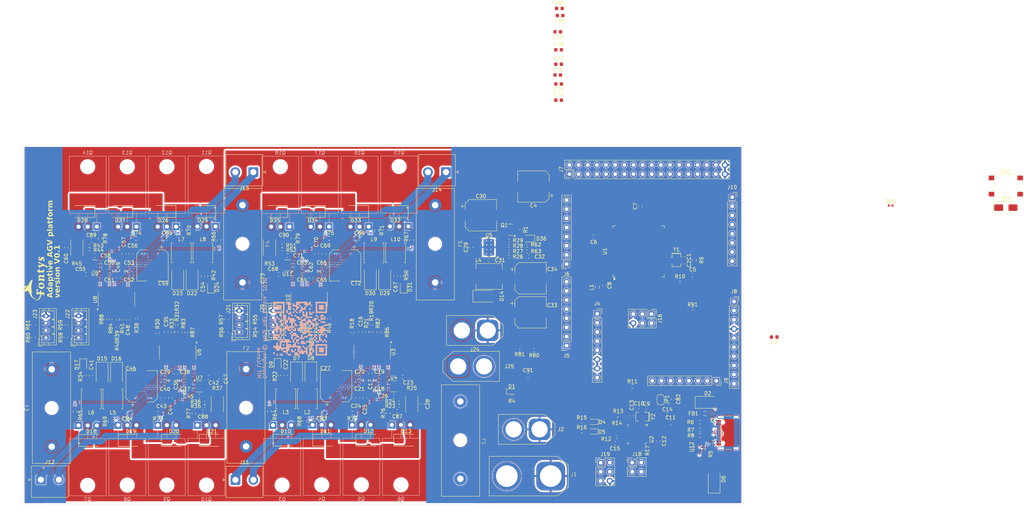
<source format=kicad_pcb>
(kicad_pcb (version 20241229) (generator "pcbnew") (generator_version "9.0")
  (layers (0 "F.Cu" signal) (4 "In1.Cu" signal) (6 "In2.Cu" signal) (2 "B.Cu" signal) (13 "F.Paste" user) (15 "B.Paste" user) (5 "F.SilkS" user "F.Silkscreen") (7 "B.SilkS" user "B.Silkscreen") (1 "F.Mask" user) (3 "B.Mask" user) (25 "Edge.Cuts" user))
  (net 0 "")
  (net 1 "Net-(U1-XTAL1)")
  (net 2 "GND")
  (net 3 "Net-(U1-XTAL2)")
  (net 4 "/AREF")
  (net 5 "+5V")
  (net 6 "Net-(U1-AVCC)")
  (net 7 "Net-(U2-XTAL1)")
  (net 8 "Net-(U2-PC0{slash}XTAL2)")
  (net 9 "/USB_VBUS")
  (net 10 "/USB_GND")
  (net 11 "Net-(U2-UCAP)")
  (net 12 "Net-(U2-~{HWB}{slash}PD7)")
  (net 13 "/~{mega2560_reset}")
  (net 14 "+BATT")
  (net 15 "Net-(D7-K)")
  (net 16 "/Motor driver 1/MOT_SIDE_B")
  (net 17 "/Motor driver 1/MOT_SIDE_A")
  (net 18 "Net-(D8-K)")
  (net 19 "Net-(D7-A)")
  (net 20 "Net-(D10-K)")
  (net 21 "Net-(U4-+)")
  (net 22 "Net-(U4--)")
  (net 23 "Net-(D11-A)")
  (net 24 "Net-(U5-BOOT)")
  (net 25 "Net-(D14-K)")
  (net 26 "Net-(D15-K)")
  (net 27 "/Motor driver 2/MOT_SIDE_B")
  (net 28 "Net-(D16-K)")
  (net 29 "/Motor driver 2/MOT_SIDE_A")
  (net 30 "Net-(D15-A)")
  (net 31 "Net-(D18-K)")
  (net 32 "Net-(U7-+)")
  (net 33 "Net-(U7--)")
  (net 34 "Net-(D19-A)")
  (net 35 "Net-(D22-K)")
  (net 36 "/Motor driver 3/MOT_SIDE_B")
  (net 37 "Net-(D23-K)")
  (net 38 "/Motor driver 3/MOT_SIDE_A")
  (net 39 "Net-(D22-A)")
  (net 40 "Net-(D25-K)")
  (net 41 "Net-(U9-+)")
  (net 42 "Net-(U9--)")
  (net 43 "Net-(D26-A)")
  (net 44 "/Motor driver 4/MOT_SIDE_B")
  (net 45 "Net-(D29-K)")
  (net 46 "/Motor driver 4/MOT_SIDE_A")
  (net 47 "Net-(D30-K)")
  (net 48 "Net-(D29-A)")
  (net 49 "Net-(D32-K)")
  (net 50 "Net-(U11--)")
  (net 51 "Net-(U11-+)")
  (net 52 "Net-(D33-A)")
  (net 53 "/ENC_A1")
  (net 54 "/ENC_B1")
  (net 55 "/ENC_A2")
  (net 56 "/ENC_B2")
  (net 57 "/ENC_A3")
  (net 58 "/ENC_B3")
  (net 59 "/ENC_A4")
  (net 60 "/ENC_B4")
  (net 61 "/Motor driver 1/LO_GATE_A")
  (net 62 "/Motor driver 2/LO_GATE_A")
  (net 63 "/Motor driver 3/LO_GATE_A")
  (net 64 "/Motor driver 4/LO_GATE_A")
  (net 65 "/Motor driver 1/LO_GATE_B")
  (net 66 "/Motor driver 2/LO_GATE_B")
  (net 67 "/Motor driver 3/LO_GATE_B")
  (net 68 "/Motor driver 4/LO_GATE_B")
  (net 69 "/VBAT_ADC")
  (net 70 "Net-(D1-A)")
  (net 71 "Net-(D4-A)")
  (net 72 "Net-(D4-K)")
  (net 73 "Net-(D5-K)")
  (net 74 "Net-(D5-A)")
  (net 75 "/ATmega16u2/~{RESET}")
  (net 76 "Net-(D9-A)")
  (net 77 "Net-(D17-A)")
  (net 78 "Net-(D24-A)")
  (net 79 "Net-(D31-A)")
  (net 80 "Net-(D36-A)")
  (net 81 "Net-(J25-Pin_2)")
  (net 82 "Net-(J1-Pin_2)")
  (net 83 "Net-(J3-SHIELD)")
  (net 85 "Net-(J3-CC2)")
  (net 87 "/USB_DATA_N")
  (net 88 "/USB_DATA_P")
  (net 89 "Net-(J3-CC1)")
  (net 93 "/ADC0")
  (net 94 "/ADC7")
  (net 95 "/ADC2")
  (net 96 "/ADC4")
  (net 97 "/ADC5")
  (net 98 "/ADC3")
  (net 99 "/ADC1")
  (net 100 "/ADC6")
  (net 101 "/ADC11")
  (net 102 "/ADC12")
  (net 103 "/ADC8")
  (net 104 "/ADC15")
  (net 105 "/ADC14")
  (net 106 "/ADC13")
  (net 107 "/ADC10")
  (net 108 "/ADC9")
  (net 109 "/D22")
  (net 110 "/D29")
  (net 111 "/D44")
  (net 112 "/D28")
  (net 113 "/D26")
  (net 114 "/D37")
  (net 115 "/D46")
  (net 116 "/D53")
  (net 117 "/D41")
  (net 118 "/D33")
  (net 119 "/D39")
  (net 120 "/D24")
  (net 121 "/D45")
  (net 122 "/D32")
  (net 123 "/D40")
  (net 124 "/D50")
  (net 125 "/D34")
  (net 126 "/D52")
  (net 127 "/D42")
  (net 128 "/D48")
  (net 129 "/D35")
  (net 130 "/D49")
  (net 131 "/D30")
  (net 132 "/D25")
  (net 133 "/D31")
  (net 134 "/D43")
  (net 135 "/D47")
  (net 136 "/D27")
  (net 137 "/D36")
  (net 138 "/D51")
  (net 139 "/D23")
  (net 140 "/D38")
  (net 141 "/D11")
  (net 142 "/D20")
  (net 143 "/D12")
  (net 144 "/D13")
  (net 145 "/D21")
  (net 146 "/D9")
  (net 147 "/D8")
  (net 148 "/D10")
  (net 149 "/D3")
  (net 150 "/D1")
  (net 151 "/D0")
  (net 152 "/D5")
  (net 153 "/D7")
  (net 154 "/D2")
  (net 155 "/D4")
  (net 156 "/D6")
  (net 157 "/D16")
  (net 158 "/D19")
  (net 159 "/D15")
  (net 160 "/D18")
  (net 161 "/D17")
  (net 162 "/D14")
  (net 168 "/ATmega16u2/MOSI")
  (net 169 "/ATmega16u2/MISO")
  (net 170 "/ATmega16u2/SCK")
  (net 171 "/5V_3A_buck_converter/BUCK_EN")
  (net 172 "/Motor driver 1/HI_GATE_A")
  (net 173 "/Motor driver 1/HI_GATE_B")
  (net 174 "/Motor driver 2/HI_GATE_A")
  (net 175 "/Motor driver 2/HI_GATE_B")
  (net 176 "/Motor driver 3/HI_GATE_A")
  (net 177 "/Motor driver 3/HI_GATE_B")
  (net 178 "/Motor driver 4/HI_GATE_A")
  (net 179 "/Motor driver 4/HI_GATE_B")
  (net 180 "/USB_D_N")
  (net 181 "/USB_D_P")
  (net 182 "Net-(U2-PD2)")
  (net 183 "Net-(U2-PD3)")
  (net 184 "/MOT_DRV_DISABLE")
  (net 185 "Net-(R19-Pad1)")
  (net 186 "Net-(U3-DEL)")
  (net 187 "/5V_3A_buck_converter/BUCK_VREF")
  (net 188 "Net-(U6-DEL)")
  (net 189 "Net-(R31-Pad1)")
  (net 190 "Net-(R39-Pad1)")
  (net 191 "Net-(U8-DEL)")
  (net 192 "Net-(U10-DEL)")
  (net 193 "Net-(R47-Pad1)")
  (net 194 "Net-(U3-AHO)")
  (net 195 "Net-(U6-AHO)")
  (net 196 "Net-(U8-AHO)")
  (net 197 "Net-(U10-AHO)")
  (net 198 "Net-(U3-ALO)")
  (net 199 "Net-(U6-ALO)")
  (net 200 "Net-(U8-ALO)")
  (net 201 "Net-(U10-ALO)")
  (net 202 "Net-(U3-BHO)")
  (net 203 "Net-(U6-BHO)")
  (net 204 "Net-(U8-BHO)")
  (net 205 "Net-(U10-BHO)")
  (net 206 "Net-(U3-BLO)")
  (net 207 "Net-(U6-BLO)")
  (net 208 "Net-(U8-BLO)")
  (net 209 "Net-(U10-BLO)")
  (net 210 "/MOT_DRV_PWM_A1")
  (net 211 "/MOT_DRV_PWM_A2")
  (net 212 "/MOT_DRV_PWM_A3")
  (net 213 "/MOT_DRV_PWM_A4")
  (net 214 "/MOT_DRV_PWM_B1")
  (net 215 "/MOT_DRV_PWM_B2")
  (net 216 "/MOT_DRV_PWM_B3")
  (net 217 "/MOT_DRV_PWM_B4")
  (net 235 "Net-(J18-Pin_4)")
  (net 236 "Net-(J18-Pin_1)")
  (net 238 "Net-(J18-Pin_2)")
  (net 241 "Net-(J18-Pin_3)")
  (net 242 "/MOT_CURR_V_1")
  (net 245 "/MOT_CURR_V_2")
  (net 246 "/MOT_CURR_V_3")
  (net 247 "/MOT_CURR_V_4")
  (footprint "Capacitor_SMD:C_0603_1608Metric" (layer "F.Cu") (at 233.8825 137.12)
    (property "Reference" "C11")
    (property "Value" "50V 100nF X7R")
  )
  (footprint "Connector_PinSocket_2.54mm:PinSocket_1x08_P2.54mm_Vertical" (layer "F.Cu") (at 205 93.04 180)
    (property "Reference" "J6")
    (property "Value" "01x08_2.54mm _socket")
  )
  (footprint "Resistor_SMD:R_0402_1005Metric" (layer "F.Cu") (at 226.3 144.9 -90)
    (property "Reference" "R17")
    (property "Value" "10k 63mW")
  )
  (footprint "Diode_SMD:D_SMA" (layer "F.Cu") (at 106.5 142.07)
    (property "Reference" "D21")
    (property "Value" "40V 5A")
  )
  (footprint "Connector_PinHeader_2.54mm:PinHeader_2x03_P2.54mm_Vertical" (layer "F.Cu") (at 228.58 106.96 -90)
    (property "Reference" "J16")
    (property "Value" "02x03_pinheader")
  )
  (footprint "Capacitor_SMD:C_0603_1608Metric" (layer "F.Cu") (at 234.6075 130.62 -90)
    (property "Reference" "C82")
    (property "Value" "N.C.")
  )
  (footprint "Package_TO_SOT_SMD:SOT-23-5" (layer "F.Cu") (at 103 127.07)
    (property "Reference" "U7")
    (property "Value" "INA180A1IDBVR")
  )
  (footprint "Resistor_SMD:R_0402_1005Metric" (layer "F.Cu") (at 189 86.5 180)
    (property "Reference" "R29")
    (property "Value" "10k 63mW")
  )
  (footprint "Connector_PinHeader_2.54mm:PinHeader_2x03_P2.54mm_Vertical" (layer "F.Cu") (at 214.46 148.25)
    (property "Reference" "J19")
    (property "Value" "02x03_pinheader")
  )
  (footprint "Resistor_SMD:R_0402_1005Metric" (layer "F.Cu") (at 91.5 112.27 -90)
    (property "Reference" "R30")
    (property "Value" "10k 63mW")
  )
  (footprint "Capacitor_SMD:C_0603_1608Metric" (layer "F.Cu") (at 83.5 94.179999 180)
    (property "Reference" "C53")
    (property "Value" "50V 1uF X5R")
  )
  (footprint "LED_SMD:LED_0805_2012Metric" (layer "F.Cu") (at 70.75 121.07 -90)
    (property "Reference" "D17")
    (property "Value" "LED GREEN")
  )
  (footprint "Resistor_SMD:R_0402_1005Metric" (layer "F.Cu") (at 95.6 111.97 -90)
    (property "Reference" "R33")
    (property "Value" "N.C.")
  )
  (footprint "Inductor_SMD:L_APV_ANR5040" (layer "F.Cu") (at 127 130.5 90)
    (property "Reference" "L3")
    (property "Value" "5A 1uH")
  )
  (footprint "Capacitor_SMD:C_0402_1005Metric" (layer "F.Cu") (at 237.5 91 90)
    (property "Reference" "C1")
    (property "Value" "50V 22pF C0G")
  )
  (footprint "Resistor_SMD:R_0402_1005Metric" (layer "F.Cu") (at 209.2 136.9)
    (property "Reference" "R15")
    (property "Value" "1k 63mW")
  )
  (footprint "Diode_SMD:D_SMA" (layer "F.Cu") (at 134 123.75 -90)
    (property "Reference" "D8")
    (property "Value" "40V 5A")
  )
  (footprint "Capacitor_SMD:C_0603_1608Metric" (layer "F.Cu") (at 109 125 -90)
    (property "Reference" "C47")
    (property "Value" "50V 100nF X7R")
  )
  (footprint "LED_SMD:LED_0805_2012Metric" (layer "F.Cu") (at 159.749999 99.43 90)
    (property "Reference" "D31")
    (property "Value" "LED GREEN")
  )
  (footprint "Custom_feetprint:BLX-A fuse holder" (layer "F.Cu") (at 116 133 90)
    (property "Reference" "F2")
    (property "Value" "5A")
  )
  (footprint "Custom_feetprint:BLX-A fuse holder" (layer "F.Cu") (at 115 87.43 -90)
    (property "Reference" "F4")
    (property "Value" "5A")
  )
  (footprint "Diode_SMD:D_SMA" (layer "F.Cu") (at 134.5 78.43 180)
    (property "Reference" "D34")
    (property "Value" "40V 5A")
  )
  (footprint "Resistor_SMD:R_0402_1005Metric" (layer "F.Cu") (at 152.6 112 -90)
    (property "Reference" "R82")
    (property "Value" "10k 63mW")
  )
  (footprint "Resistor_SMD:R_0402_1005Metric" (layer "F.Cu") (at 132.8 108.4 90)
    (property "Reference" "R85")
    (property "Value" "10k 63mW")
  )
  (footprint "Capacitor_SMD:CP_Elec_8x10.5" (layer "F.Cu") (at 87 127.07 90)
    (property "Reference" "C46")
    (property "Value" "50V 100uF")
  )
  (footprint "Capacitor_SMD:C_0603_1608Metric" (layer "F.Cu") (at 137 95.929999 180)
    (property "Reference" "C65")
    (property "Value" "50V 1uF X5R")
  )
  (footprint "Capacitor_SMD:C_0603_1608Metric" (layer "F.Cu") (at 147.5 124.5)
    (property "Reference" "C20")
    (property "Value" "50V 1uF X5R")
  )
  (footprint "Connector_JST:JST_NV_B02P-NV_1x02_P5.00mm_Vertical" (layer "F.Cu") (at 59 153)
    (property "Reference" "J12")
    (property "Value" "2P_screw_term")
  )
  (footprint "Resistor_SMD:R_0402_1005Metric" (layer "F.Cu") (at 150.7 109.9 -90)
    (property "Reference" "R20")
    (property "Value" "10k 63mW")
  )
  (footprint "Diode_SMD:D_SMA" (layer "F.Cu") (at 146.500001 78.43 180)
    (property "Reference" "D33")
    (property "Value" "40V 5A")
  )
  (footprint "Resistor_SMD:R_0402_1005Metric" (layer "F.Cu") (at 189 88 180)
    (property "Reference" "R28")
    (property "Value" "10k 63mW")
  )
  (footprint "Capacitor_SMD:C_0603_1608Metric" (layer "F.Cu") (at 84 90.204999 -90)
    (property "Reference" "C56")
    (property "Value" "50V 1uF X5R")
  )
  (footprint "Capacitor_SMD:C_0603_1608Metric" (layer "F.Cu") (at 94 85.929999)
    (property "Reference" "C85")
    (property "Value" "N.C.")
  )
  (footprint "Inductor_SMD:L_APV_ANR5040" (layer "F.Cu") (at 133 130.5 -90)
    (property "Reference" "L2")
    (property "Value" "5A 1uH")
  )
  (footprint "Resistor_SMD:R_0402_1005Metric" (layer "F.Cu") (at 134.2 108.529999 90)
    (property "Reference" "R47")
    (property "Value" "10k 63mW")
  )
  (footprint "Capacitor_SMD:C_0603_1608Metric" (layer "F.Cu") (at 83.5 95.929999 180)
    (property "Reference" "C52")
    (property "Value" "50V 1uF X5R")
  )
  (footprint "Resistor_SMD:R_0402_1005Metric" (layer "F.Cu") (at 139 108.23 90)
    (property "Reference" "R46")
    (property "Value" "10k 63mW")
  )
  (footprint "Capacitor_SMD:C_0603_1608Metric" (layer "F.Cu") (at 233 134.9)
    (property "Reference" "C14")
    (property "Value" "50V 1uF X5R")
  )
  (footprint "Diode_SMD:D_SMA" (layer "F.Cu") (at 73 142.07)
    (property "Reference" "D18")
    (property "Value" "40V 5A")
  )
  (footprint "Resistor_SMD:R_0402_1005Metric" (layer "F.Cu") (at 77 108.429999 90)
    (property "Reference" "R88")
    (property "Value" "10k 63mW")
  )
  (footprint "Capacitor_SMD:C_0603_1608Metric" (layer "F.Cu") (at 56.9 113.5 -90)
    (property "Reference" "R60")
    (property "Value" "5.1K 100mW")
  )
  (footprint "Capacitor_SMD:C_0603_1608Metric" (layer "F.Cu") (at 103 129.82 180)
    (property "Reference" "C45")
    (property "Value" "50V 100nF X7R")
  )
  (footprint "LED_SMD:LED_0603_1608Metric" (layer "F.Cu") (at 189.7875 128.5)
    (property "Reference" "D1")
    (property "Value" "LED RED")
  )
  (footprint "Resistor_SMD:R_0402_1005Metric" (layer "F.Cu") (at 71.25 124.07 90)
    (property "Reference" "R34")
    (property "Value" "1k 63mW")
  )
  (footprint "Custom_feetprint:BLX-A fuse holder" (layer "F.Cu") (at 175.5 142 -90)
    (property "Reference" "F1")
    (property "Value" "Fuse 20A")
  )
  (footprint "Capacitor_SMD:C_0603_1608Metric" (layer "F.Cu") (at 240 96)
    (property "Reference" "C5")
    (property "Value" "50V 100nF X7R")
  )
  (footprint "Capacitor_SMD:C_0603_1608Metric" (layer "F.Cu") (at 202.775 33.5)
    (property "Reference" "C78")
    (property "Value" "N.C.")
  )
  (footprint "Diode_SMD:D_SMA" (layer "F.Cu") (at 100.999999 96.68 90)
    (property "Reference" "D22")
    (property "Value" "40V 5A")
  )
  (footprint "Resistor_SMD:R_0402_1005Metric" (layer "F.Cu") (at 159.249999 96.43 -90)
    (property "Reference" "R50")
    (property "Value" "1k 63mW")
  )
  (footprint "Package_SO:SOIC-16_3.9x9.9mm_P1.27mm" (layer "F.Cu") (at 97 117.57 -90)
    (property "Reference" "U6")
    (property "Value" "HIP4082IBZT")
  )
  (footprint "Capacitor_SMD:C_0603_1608Metric" (layer "F.Cu") (at 137 94.179999 180)
    (property "Reference" "C66")
    (property "Value" "50V 1uF X5R")
  )
  (footprint "Resistor_SMD:R_0402_1005Metric" (layer "F.Cu") (at 236.5 98)
    (property "Reference" "R10")
    (property "Value" "10k 63mW")
  )
  (footprint "Resistor_SMD:R_0402_1005Metric" (layer "F.Cu") (at 189 89.5 180)
    (property "Reference" "R27")
    (property "Value" "10k 63mW")
  )
  (footprint "Package_SO:TI_SO-PowerPAD-8_ThermalVias" (layer "F.Cu") (at 183.4 88.4 180)
    (property "Reference" "U5")
    (property "Value" "TPS5430DDA")
  )
  (footprint "Capacitor_SMD:C_0603_1608Metric" (layer "F.Cu") (at 110.5875 112 -90)
    (property "Reference" "R56")
    (property "Value" "5.1K 100mW")
  )
  (footprint "Resistor_SMD:R_0402_1005Metric" (layer "F.Cu") (at 158.5 131.5)
    (property "Reference" "R24")
    (property "Value" "1k 63mW")
  )
  (footprint "Capacitor_SMD:C_0603_1608Metric" (layer "F.Cu") (at 105.5 124.57)
    (property "Reference" "C42")
    (property "Value" "50V 100nF X7R")
  )
  (footprint "Connector_AMASS:AMASS_XT60-M_1x02_P7.20mm_Vertical" (layer "F.Cu") (at 174.9 121.5)
    (property "Reference" "J25")
    (property "Value" "XT-60")
  )
  (footprint "LED_SMD:LED_0603_1608Metric" (layer "F.Cu") (at 212.32 139.62 180)
    (property "Reference" "D5")
    (property "Value" "LED YELLOW")
  )
  (footprint "Capacitor_SMD:C_0603_1608Metric" (layer "F.Cu") (at 120 112 -90)
    (property "Reference" "R54")
    (property "Value" "5.1K 100mW")
  )
  (footprint "Package_TO_SOT_SMD:SOT-23-6" (layer "F.Cu") (at 242 144 -90)
    (property "Reference" "U12")
    (property "Value" "USBLC6-4SC6")
  )
  (footprint "Resistor_SMD:R_0603_1608Metric" (layer "F.Cu") (at 155.5 134.5 90)
    (property "Reference" "R76")
    (property "Value" "0R 100mW")
  )
  (footprint "Capacitor_SMD:C_0603_1608Metric" (layer "F.Cu") (at 73 86.429999)
    (property "Reference" "C89")
    (property "Value" "N.C.")
  )
  (footprint "Capacitor_SMD:C_0603_1608Metric" (layer "F.Cu") (at 262.6625 113.3375 180)
    (property "Reference" "C3")
    (property "Value" "50V 100nF X7R")
  )
  (footprint "Connector_JST:JST_PH_B4B-PH-K_1x04_P2.00mm_Vertical" (layer "F.Cu") (at 69.45 113.5 90)
    (property "Reference" "J22")
    (property "Value" "01x04_JST_PH")
  )
  (footprint "Resistor_SMD:R_0402_1005Metric" (layer "F.Cu") (at 72.5 88.929999 180)
    (property "Reference" "R44")
    (property "Value" "1k 63mW")
  )
  (footprint "Resistor_SMD:R_0402_1005Metric" (layer "F.Cu") (at 96.7 111.97 -90)
    (property "Reference" "R31")
    (property "Value" "10k 63mW")
  )
  (footprint "Connector_PinSocket_2.54mm:PinSocket_1x08_P2.54mm_Vertical" (layer "F.Cu") (at 205 115.74 180)
    (property "Reference" "J5")
    (property "Value" "01x08_2.54mm _socket")
  )
  (footprint "Capacitor_SMD:C_0603_1608Metric" (layer "F.Cu") (at 137 134.5 180)
    (property "Reference" "C83")
    (property "Value" "N.C.")
  )
  (footprint "Package_TO_SOT_SMD:SOT-23-5" (layer "F.Cu") (at 157 127)
    (property "Reference" "U4")
    (property "Value" "INA180A1IDBVR")
  )
  (footprint "Inductor_SMD:L_0805_2012Metric" (layer "F.Cu") (at 213.5 99.5 90)
    (property "Reference" "L1")
    (property "Value" "15mA 10uH 1.15Ohm")
  )
  (footprint "Resistor_SMD:R_0402_1005Metric" (layer "F.Cu") (at 80.3 108.529999 90)
    (property "Reference" "R39")
    (property "Value" "10k 63mW")
  )
  (footprint "Resistor_SMD:R_0402_1005Metric" (layer "F.Cu") (at 135.2 108.53 90)
    (property "Reference" "R49")
    (property "Value" "N.C.")
  )
  (footprint "Capacitor_SMD:C_0603_1608Metric" (layer "F.Cu") (at 212.5 85.5 180)
    (property "Reference" "C6")
    (property "Value" "50V 100nF X7R")
  )
  (footprint "Package_SO:SOIC-16_3.9x9.9mm_P1.27mm" (layer "F.Cu") (at 151 117.5 -90)
    (property "Reference" "U3")
    (property "Value" "HIP4082IBZT")
  )
  (footprint "Resistor_SMD:R_0402_1005Metric" (layer "F.Cu") (at 219 136.1)
    (property "Reference" "R14")
    (property "Value" "1k 63mW")
  )
  (footprint "Resistor_SMD:R_0402_1005Metric" (layer "F.Cu") (at 134.2 110.529999 90)
    (property "Reference" "R48")
    (property "Value" "10k 63mW")
  )
  (footprint "Capacitor_SMD:C_0603_1608Metric" (layer "F.Cu") (at 147 130.225 90)
    (property "Reference" "C24")
    (property "Value" "50V 1uF X5R")
  )
  (footprint "Resistor_SMD:R_0603_1608Metric" (layer "F.Cu") (at 108.5 86.43 90)
    (property "Reference" "R66")
    (property "Value" "0R 100mW")
  )
  (footprint "Connector_JST:JST_NV_B02P-NV_1x02_P5.00mm_Vertical" (layer "F.Cu") (at 118 67.5 180)
    (property "Reference" "J13")
    (property "Value" "2P_screw_term")
  )
  (footprint "Capacitor_SMD:C_0603_1608Metric" (layer "F.Cu") (at 125 95.929999 180)
    (property "Reference" "C68")
    (property "Value" "50V 100nF X7R")
  )
  (footprint "Package_TO_SOT_SMD:SOT-23" (layer "F.Cu") (at 189.4375 83.5 180)
    (property "Reference" "Q1")
    (property "Value" "2N7002")
  )
  (footprint "Capacitor_SMD:C_0603_1608Metric" (layer "F.Cu") (at 110.5875 108.5 -90)
    (property "Reference" "R57")
    (property "Value" "5.1K 100mW")
  )
  (footprint "Capacitor_SMD:C_0603_1608Metric" (layer "F.Cu") (at 126.5 86.429999)
    (property "Reference" "C90")
    (property "Value" "N.C.")
  )
  (footprint "LED_SMD:LED_0805_2012Metric" (layer "F.Cu") (at 194.5 86 180)
    (property "Reference" "D36")
    (property "Value" "LED GREEN")
  )
  (footprint "Resistor_SMD:R_0603_1608Metric" (layer "F.Cu") (at 122.5 134 -90)
    (property "Reference" "R64")
    (property "Value" "0R 100mW")
  )
  (footprint "Inductor_SMD:L_APV_ANR5040" (layer "F.Cu") (at 151.499999 89.93 90)
    (property "Reference" "L9")
    (property "Value" "5A 1uH")
  )
  (footprint "Capacitor_SMD:C_0603_1608Metric" (layer "F.Cu") (at 104 134.07 180)
    (property "Reference" "C88")
    (property "Value" "N.C.")
  )
  (footprint "Resistor_SMD:R_0402_1005Metric" (layer "F.Cu") (at 194.01 89.5)
    (property "Reference" "R63")
    (property "Value" "1k 63mW")
  )
  (footprint "Resistor_SMD:R_0402_1005Metric" (layer "F.Cu") (at 80.3 110.529999 90)
    (property "Reference" "R40")
    (property "Value" "10k 63mW")
  )
  (footprint "Jumper:SolderJumper-2_P1.3mm_Open_RoundedPad1.0x1.5mm" (layer "F.Cu") (at 231.1075 130.77 -90)
    (property "Reference" "JP1")
    (property "Value" "SolderJumper_2_Open")
  )
  (footprint "Resistor_SMD:R_0603_1608Metric" (layer "F.Cu") (at 152.25 83.68 -90)
    (property "Reference" "R71")
    (property "Value" "0R 100mW")
  )
  (footprint "Resistor_SMD:R_2512_6332Metric" (layer "F.Cu") (at 108 132.07 90)
    (property "Reference" "R37")
    (property "Value" "50m 750mW 1%")
  )
  (footprint "Capacitor_SMD:C_0603_1608Metric" (layer "F.Cu") (at 153 126.25 180)
    (property "Reference" "C18")
    (property "Value" "50V 1uF X5R")
  )
  (footprint "Custom_feetprint:BLX-A fuse holder" (layer "F.Cu") (at 62 133.07 90)
    (property "Reference" "F3")
    (property "Value" "5A")
  )
  (footprint "Resistor_SMD:R_0402_1005Metric" (layer "F.Cu") (at 72.5 87.929999 180)
    (property "Reference" "R43")
    (property "Value" "1k 63mW")
  )
  (footprint "Capacitor_SMD:C_0603_1608Metric" (layer "F.Cu") (at 78 94.179999)
    (property "Reference" "C50")
    (property "Value" "50V 1uF X5R")
  )
  (footprint "Capacitor_SMD:C_0603_1608Metric" (layer "F.Cu") (at 157 129.75 180)
    (property "Reference" "C26")
    (property "Value" "50V 100nF X7R")
  )
  (footprint "Resistor_SMD:R_0603_1608Metric" (layer "F.Cu") (at 75.5 85.929999 -90)
    (property "Reference" "R78")
    (property "Value" "0R 100mW")
  )
  (footprint "Resistor_SMD:R_0402_1005Metric" (layer "F.Cu") (at 150.7 111.9 -90)
    (property "Reference" "R19")
    (property "Value" "10k 63mW")
  )
  (footprint "Capacitor_SMD:C_0603_1608Metric" (layer "F.Cu") (at 103.999999 96.43 -90)
    (property "Reference" "C54")
    (property "Value" "50V 1uF X5R")
  )
  (footprint "Capacitor_SMD:C_0603_1608Metric" (layer "F.Cu") (at 218.425 142.9 180)
    (property "Reference" "C15")
    (property "Value" "50V 100nF X7R")
  )
  (footprint "Capacitor_SMD:CP_Elec_8x10.5" (layer "F.Cu") (at 195 97)
    (property "Reference" "C34")
    (property "Value" "50V 100uF")
  )
  (footprint "Capacitor_SMD:C_0603_1608Metric" (layer "F.Cu") (at 93.8 111.97 90)
    (property "Reference" "C35")
    (property "Value" "50V 1uF X5R")
  )
  (footprint "Crystal:Resonator_SMD_Murata_CSTxExxV-3Pin_3.0x1.1mm" (layer "F.Cu") (at 235.5 92 -90)
    (property "Reference" "Y1")
    (property "Value" "16MHz")
  )
  (footprint "Diode_SMD:D_SMA" (layer "F.Cu") (at 150 142)
    (property "Reference" "D12")
    (property "Value" "40V 5A")
  )
  (footprint "Package_DFN_QFN:QFN-32-1EP_5x5mm_P0.5mm_EP3.1x3.1mm" (layer "F.Cu") (at 224.5 140.4 -90)
    (property "Reference" "U2")
    (property "Value" "ATmega16U2-M")
  )
  (footprint "Capacitor_SMD:C_0603_1608Metric" (layer "F.Cu") (at 127 124 90)
    (property "Reference" "C22")
    (property "Value" "50V 1uF X5R")
  )
  (footprint "Resistor_SMD:R_0402_1005Metric" (layer "F.Cu") (at 126 88.929999 180)
    (property "Reference" "R52")
    (property "Value" "1k 63mW")
  )
  (footprint "Diode_SMD:D_SMA" (layer "F.Cu") (at 93.000001 78.43 180)
    (property "Reference" "D26")
    (property "Value" "40V 5A")
  )
  (footprint "Connector_PinSocket_2.54mm:PinSocket_1x08_P2.54mm_Vertical" (layer "F.Cu") (at 246.58 125.5 -90)
    (property "Reference" "J9")
    (property "Value" "01x08_2.54mm _socket")
  )
  (footprint "Capacitor_SMD:C_0603_1608Metric" (layer "F.Cu") (at 215.5 99 -90)
    (property "Reference" "C8")
    (property "Value" "50V 100nF X7R")
  )
  (footprint "Resistor_SMD:R_0603_1608Metric" (layer "F.Cu") (at 85.5 85.929999 180)
    (property "Reference" "R74")
    (property "Value" "0R 100mW")
  )
  (footprint "Resistor_SMD:R_0402_1005Metric" (layer "F.Cu") (at 158.5 132.5)
    (property "Reference" "R23")
    (property "Value" "1k 63mW")
  )
  (footprint "Resistor_SMD:R_0603_1608Metric" (layer "F.Cu") (at 78.25 136.82 90)
    (property "Reference" "R69")
    (property "Value" "0R 100mW")
  )
  (footprint "Resistor_SMD:R_0402_1005Metric" (layer "F.Cu") (at 191.99 117 180)
    (property "Reference" "R81")
    (property "Value" "10k 63mW")
  )
  (footprint "Diode_SMD:D_SMA" (layer "F.Cu") (at 70.5 78.43 180)
    (property "Reference" "D28")
    (property "Value" "40V 5A")
  )
  (footprint "Capacitor_SMD:C_0603_1608Metric" (layer "F.Cu") (at 93 130.295 90)
    (property "Reference" "C43")
    (property "Value" "50V 1uF X5R")
  )
  (footprint "Capacitor_SMD:C_0603_1608Metric" (layer "F.Cu") (at 202.775 47.5)
    (property "Reference" "C74")
    (property "Value" "N.C.")
  )
  (footprint "Inductor_SMD:L_APV_ANR5040" (layer "F.Cu") (at 79 130.57 -90)
    (property "Reference" "L5")
    (property "Value" "5A 1uH")
  )
  (footprint "Capacitor_SMD:CP_Elec_8x10.5" (layer "F.Cu") (at 195.8 71.5 180)
    (property "Reference" "C4")
    (property "Value" "50V 100uF")
  )
  (footprint "Diode_SMD:D_SMA" (layer "F.Cu") (at 76 123.82 -90)
    (property "Reference" "D15")
    (property "Value" "40V 5A")
  )
  (footprint "Connector_AMASS:AMASS_XT60-M_1x02_P7.20mm_Vertical" (layer "F.Cu") (at 197.5 139 180)
    (property "Reference" "J2")
    (property "Value" "XT-60")
  )
  (footprint "Resistor_SMD:R_0402_1005Metric" (layer "F.Cu") (at 105.749999 96.43 -90)
    (property "Reference" "R42")
    (property "Value" "1k 63mW")
  )
  (footprint "Resistor_SMD:R_0402_1005Metric" (layer "F.Cu") (at 188.99 91)
    (property "Reference" "R26")
    (property "Value" "10k 63mW")
  )
  (footprint "Package_QFP:TQFP-100_14x14mm_P0.5mm" (layer "F.Cu") (at 225 89.5 90)
    (property "Reference" "U1")
    (property "Value" "ATmega2560-16A")
  )
  (footprint "Diode_SMD:D_SMA" (layer "F.Cu") (at 84 142.07)
    (property "Reference" "D19")
    (property "Value" "40V 5A")
  )
  (footprint "Capacitor_SMD:C_0603_1608Metric" (layer "F.Cu") (at 99 126.32 180)
    (property "Reference" "C37")
    (property "Value" "50V 1uF X5R")
  )
  (footprint "Connector_PinSocket_2.54mm:PinSocket_1x10_P2.54mm_Vertical" (layer "F.Cu") (at 251.5 103.46)
    (property "Reference" "J8")
    (property "Value" "Conn_01x10_2.54mm_socket")
  )
  (footprint "Capacitor_SMD:C_0603_1608Metric" (layer "F.Cu") (at 135.5 90.204999 -90)
    (property "Reference" "C70")
    (property "Value" "50V 1uF X5R")
  )
  (footprint "Capacitor_SMD:C_0603_1608Metric" (layer "F.Cu") (at 66 88.429999 90)
    (property "Reference" "C60")
    (property "Value" "50V 100nF X7R")
  )
  (footprint "Inductor_SMD:L_APV_ANR5040" (layer "F.Cu") (at 157.499999 89.93 -90)
    (property "Reference" "L10")
    (property "Value" "5A 1uH")
  )
  (footprint "Capacitor_SMD:C_0603_1608Metric" (layer "F.Cu") (at 242 137 180)
    (property "Reference" "R6")
    (property "Value" "5.1K 100mW")
  )
  (footprint "Connector_JST:JST_PH_B4B-PH-K_1x04_P2.00mm_Vertical" (layer "F.Cu") (at 114.0875 112 90)
    (property "Reference" "J21")
    (property "Value" "01x04_JST_PH")
  )
  (footprint "Package_SO:SOIC-16_3.9x9.9mm_P1.27mm" (layer "F.Cu") (at 80 102.929999 90)
    (property "Reference" "U8")
    (property "Value" "HIP4082IBZT")
  )
  (footprint "Resistor_SMD:R_0402_1005Metric" (layer "F.Cu") (at 104.5 131.57)
    (property "Reference" "R36")
    (property "Value" "1k 63mW")
  )
  (footprint "Resistor_SMD:R_2512_6332Metric" (layer "F.Cu") (at 162 132 90)
    (property "Reference" "R25")
    (property "Value" "50m 750mW 1%")
  )
  (footprint "Capacitor_SMD:C_0603_1608Metric" (layer "F.Cu") (at 158 134 180)
    (property "Reference" "C87")
    (property "Value" "N.C.")
  )
  (footprint "Capacitor_SMD:C_0603_1608Metric" (layer "F.Cu") (at 230.5 142.275 90)
    (property "Reference" "C12")
    (property "Value" "50V 1uF X5R")
  )
  (footprint "Connector_JST:JST_PH_B4B-PH-K_1x04_P2.00mm_Vertical" (layer "F.Cu") (at 60.4 113.5 90)
    (property "Reference" "J23")
    (property "Value" "01x04_JST_PH")
  )
  (footprint "Resistor_SMD:R_0402_1005Metric" (layer "F.Cu") (at 96.7 109.97 -90)
    (property "Reference" "R32")
    (property "Value" "10k 63mW")
  )
  (footprint "Diode_SMD:D_SMA" (layer "F.Cu") (at 127 142)
    (property "Reference" "D10")
    (property "Value" "40V 5A")
  )
  (footprint "Capacitor_SMD:CP_Elec_8x10.5" (layer "F.Cu") (at 90 93.43 -90)
    (property "Reference" "C59")
    (property "Value" "50V 100uF")
  )
  (footprint "Capacitor_SMD:C_0603_1608Metric" (layer "F.Cu") (at 153 124.5 180)
    (property "Reference" "C19")
    (property "Value" "50V 1uF X5R")
  )
  (footprint "Diode_SMD:D_SMA" (layer "F.Cu") (at 81 78.43 180)
    (property "Reference" "D27")
    (property "Value" "40V 5A")
  )
  (footprint "Resistor_SMD:R_0402_1005Metric" (layer "F.Cu") (at 194 88)
    (property "Reference" "R62")
    (property "Value" "1k 63mW")
  )
  (footprint "Capacitor_SMD:C_0603_1608Metric" (layer "F.Cu") (at 223.1 135.3 90)
    (property "Reference" "C13")
    (property "Value" "50V 100nF X7R")
  )
  (footprint "Diode_SMD:D_SMA" (layer "F.Cu") (at 104 78.430001 180)
    (property "Reference" "D25")
    (property "Value" "40V 5A")
  )
  (footprint "Capacitor_SMD:C_0603_1608Metric" (layer "F.Cu") (at 131.5 94.179999)
    (property "Reference" "C63")
    (property "Value" "50V 1uF X5R")
  )
  (footprint "Capacitor_SMD:C_0603_1608Metric" (layer "F.Cu") (at 65.95 110 -90)
    (property "Reference" "R59")
    (property "Value" "5.1K 100mW")
  )
  (footprint "Resistor_SMD:R_0402_1005Metric" (layer "F.Cu") (at 192.4375 83.5 -90)
    (property "Reference" "R1")
    (property "Value" "10k 63mW")
  )
  (footprint "Diode_SMD:D_SMA" (layer "F.Cu") (at 96 142.07)
    (property "Reference" "D20")
    (property "Value" "40V 5A")
  )
  (footprint "Capacitor_SMD:C_0603_1608Metric" (layer "F.Cu") (at 157.499999 96.43 -90)
    (property "Reference" "C67")
    (property "Value" "50V 1uF X5R")
  )
  (footprint "Diode_SMD:D_SMA" (layer "F.Cu") (at 138 142)
    (property "Reference" "D11")
    (property "Value" "40V 5A")
  )
  (footprint "Capacitor_SMD:C_0603_1608Metric" (layer "F.Cu") (at 83 134.57 180)
    (property "Reference" "C84")
    (property "Value" "N.C.")
  )
  (footprint "Diode_SMD:D_SMA" (layer "F.Cu") (at 182.5 102)
    (property "Reference" "D14")
    (property "Value" "40V 5A")
  )
  (footprint "Capacitor_SMD:C_0603_1608Metric" (layer "F.Cu") (at 194.5 91)
    (property "Reference" "C32")
    (property "Value" "50V 1uF X5R")
  )
  (footprint "Custom_feetprint:XT-90_Connector" (layer "F.Cu") (at 194.5 152 180)
    (property "Reference" "J1")
    (property "Value" "XT-90")
  )
  (footprint "Diode_SMD:D_SMA" (layer "F.Cu") (at 124 78.43 180)
    (property "Reference" "D35")
    (property "Value" "40V 5A")
  )
  (footprint "Capacitor_SMD:C_0603_1608Metric" (layer "F.Cu") (at 74 90.679999)
    (property "Reference" "C58")
    (property "Value" "50V 100nF X7R")
  )
  (footprint "Capacitor_SMD:C_0603_1608Metric" (layer "F.Cu") (at 203.1975 23.975 180)
    (property "Reference" "C80")
    (property "Value" "N.C.")
  )
  (footprint "Capacitor_SMD:C_0603_1608Metric" (layer "F.Cu") (at 127.5 90.679999)
    (property "Reference" "C71")
    (property "Value" "50V 100nF X7R")
  )
  (footprint "Capacitor_SMD:C_0603_1608Metric" (layer "F.Cu") (at 202.55 40.5)
    (property "Reference" "C76")
    (property "Value" "N.C.")
  )
  (footprint "Resistor_SMD:R_0603_1608Metric" (layer "F.Cu") (at 242 139.2)
    (property "Reference" "R7")
    (property "Value" "22R 100mW")
  )
  (footprint "Crystal:Resonator_SMD_Murata_CSTxExxV-3Pin_3.0x1.1mm" (layer "F.Cu") (at 226 135.5 180)
    (property "Reference" "Y2")
    (property "Value" "16MHz")
  )
  (footprint "Connector_JST:JST_NV_B02P-NV_1x02_P5.00mm_Vertical" (layer "F.Cu") (at 171.5 67.5 180)
    (property "Reference" "J14")
    (property "Value" "2P_screw_term")
  )
  (footprint "Capacitor_SMD:C_0402_1005Metric" (layer "F.Cu") (at 237.5 93 -90)
    (property "Reference" "C2")
    (property "Value" "50V 22pF C0G")
  )
  (footprint "Button_Switch_SMD:SW_SPST_PTS645" (layer "F.Cu") (at 326.98 71.37)
    (property "Reference" "SW1")
    (property "Value" "SW_Push")
  )
  (footprint "Capacitor_SMD:C_0603_1608Metric" (layer "F.Cu") (at 159.5 124.5)
    (property "Reference" "C23")
    (property "Value" "50V 100nF X7R")
  )
  (footprint "Package_TO_SOT_SMD:SOT-23-5" (layer "F.Cu") (at 127.5 93.429999 180)
    (property "Reference" "U11")
    (property "Value" "INA180A1IDBVR")
  )
  (footprint "Resistor_SMD:R_0603_1608Metric" (layer "F.Cu") (at 242 140.7)
    (property "Reference" "R8")
    (property "Value" "22R 100mW")
  )
  (footprint "Capacitor_SMD:C_0603_1608Metric" (layer "F.Cu") (at 194.275 124)
    (property "Reference" "C91")
    (property "Value" "50V 100nF X7R")
  )
  (footprint "Resistor_SMD:R_0402_1005Metric" (layer "F.Cu") (at 154 112 -90)
    (property "Reference" "R86")
    (property "Value" "10k 63mW")
  )
  (footprint "Resistor_SMD:R_0402_1005Metric" (layer "F.Cu") (at 218.9 141.2 180)
    (property "Reference" "R12")
    (property "Value" "1k 63mW")
  )
  (footprint "Connector_PinSocket_2.54mm:PinSocket_1x08_P2.54mm_Vertical" (layer "F.Cu") (at 213.5 106.84)
    (property "Reference" "J4")
    (property "Value" "01x08_2.54mm _socket")
  )
  (footprint "Capacitor_SMD:C_0603_1608Metric" (layer "F.Cu") (at 202.55 28.5)
    (property "Reference" "C79")
    (property "Value" "N.C.")
  )
  (footprint "Capacitor_SMD:C_0603_1608Metric" (layer "F.Cu") (at 134 96.929999 -90)
    (property "Reference" "C62")
    (property "Value" "50V 100nF X7R")
  )
  (footprint "Connector_USB:USB_C_Receptacle_GCT_USB4105-xx-A_16P_TopMnt_Horizontal" (layer "F.Cu") (at 250.98 139.95 90)
    (property "Reference" "J3")
    (property "Value" "USB_C_Receptacle_USB2.0_16P")
  )
  (footprint "Diode_SMD:D_SMA" (layer "F.Cu") (at 157.5 78.430001 180)
    (property "Reference" "D32")
    (property "Value" "40V 5A")
  )
  (footprint "Capacitor_SMD:C_0603_1608Metric" (layer "F.Cu") (at 93.5 126.32)
    (property "Reference" "C40")
    (property "Value" "50V 1uF X5R")
  )
  (footprint "Capacitor_SMD:C_0603_1608Metric" (layer "F.Cu") (at 202.775 43)
    (property "Reference" "C75")
    (property "Value" "N.C.")
  )
  (footprint "Resistor_SMD:R_0402_1005Metric" (layer "F.Cu") (at 78.4 108.429999 90)
    (property "Reference" "R84")
    (property "Value" "10k 63mW")
  )
  (footprint "Diode_SMD:D_SMA" (layer "F.Cu") (at 96.999999 96.68 90)
    (property "Reference" "D23")
    (property "Value" "40V 5A")
  )
  (footprint "Resistor_SMD:R_0402_1005Metric" (layer "F.Cu") (at 294.99 76.7925)
    (property "Reference" "R90")
    (property "Value" "10k 63mW")
  )
  (footprint "Capacitor_SMD:C_0603_1608Metric" (layer "F.Cu") (at 150.5 123.5 90)
    (property "Reference" "C17")
    (property "Value" "50V 100nF X7R")
  )
  (footprint "Resistor_SMD:R_0402_1005Metric" (layer "F.Cu") (at 100 112.07 -90)
    (property "Reference" "R87")
    (property "Value" "10k 63mW")
  )
  (footprint "Resistor_SMD:R_0603_1608Metric" (layer "F.Cu") (at 139 85.929999 180)
    (property "Reference" "R75")
    (property "Value" "0R 100mW")
  )
  (footprint "Diode_SMD:D_SMA" (layer "F.Cu") (at 150.499999 96.68 90)
    (property "Reference" "D30")
    (property "Value" "40V 5A")
  )
  (footprint "Resistor_SMD:R_0402_1005Metric" (layer "F.Cu") (at 85.5 108.23 90)
    (property "Reference" "R38")
    (property "Value" "10k 63mW")
  )
  (footprint "Resistor_SMD:R_0402_1005Metric" (layer "F.Cu") (at 240.01 105.5)
    (property "Reference" "R91")
    (property "Value" "10k 63mW")
  )
  (footprint "Diode_SMD:D_SMA" (layer "F.Cu") (at 80 123.82 -90)
    (property "Reference" "D16")
    (property "Value" "40V 5A")
  )
  (footprint "Resistor_SMD:R_0402_1005Metric" (layer "F.Cu") (at 98.6 112.07 -90)
    (property "Reference" "R83")
    (property "Value" "10k 63mW")
  )
  (footprint "Connector_PinHeader_2.54mm:PinHeader_2x18_P2.54mm_Vertical" (layer "F.Cu") (at 205.8 68.04 90)
    (property "Reference" "J7")
    (property "Value" "02x18_2.54mm_socket")
  )
  (footprint "Package_SO:SOIC-16_3.9x9.9mm_P1.27mm" (layer "F.Cu") (at 133.5 102.929999 90)
    (property "Reference" "U10")
    (property "Value" "HIP4082IBZT")
  )
  (footprint "Capacitor_SMD:C_0603_1608Metric" (layer "F.Cu") (at 202.775 37.5)
    (property "Reference" "C77")
    (property "Value" "N.C.")
  )
  (footprint "LED_SMD:LED_0805_2012Metric" (layer "F.Cu") (at 106.249999 99.43 90)
    (property "Reference" "D24")
    (property "Value" "LED GREEN")
  )
  (footprint "Capacitor_SMD:CP_Elec_8x10.5" (layer "F.Cu") (at 141 127 90)
    (property "Reference" "C27")
    (property "Value" "50V 100uF")
  )
  (footprint "Resistor_SMD:R_0402_1005Metric" (layer "F.Cu") (at 209.2 139.6)
    (property "Reference" "R16")
    (property "Value" "1k 63mW")
  )
  (footprint "Resistor_SMD:R_0402_1005Metric" (layer "F.Cu") (at 189.7775 130 180)
    (property "Reference" "R4")
    (property "Value" "1k 63mW")
  )
  (footprint "Resistor_SMD:R_0402_1005Metric" (layer "F.Cu") (at 81.4 108.53 90)
    (property "Reference" "R41")
    (property "Value" "N.C.")
  )
  (footprint "Custom_feetprint:BLX-A fuse holder" (layer "F.Cu") (at 168.5 87.43 -90)
    (property "Reference" "F5")
    (property "Value" "5A")
  )
  (footprint "Inductor_SMD:L_APV_ANR5040" (layer "F.Cu") (at 97.999999 89.93 90)
    (property "Reference" "L7")
    (property "Value" "5A 1uH")
  )
  (footprint "Capacitor_SMD:C_0603_1608Metric" (layer "F.Cu") (at 203 22 180)
    (property "Reference" "C81")
    (property "Value" "N.C.")
  )
  (footprint "Inductor_SMD:L_APV_APH0630" (layer "F.Cu") (at 183.5 96.5)
    (property "Reference" "L4")
    (property "Value" "3A 15uH")
  )
  (footprint "Capacitor_SMD:C_0603_1608Metric" (layer "F.Cu") (at 71.5 95.929999 180)
    (property "Reference" "C55")
    (property "Value" "50V 100nF X7R")
  )
  (footprint "Capacitor_SMD:C_0603_1608Metric" (layer "F.Cu") (at 73 124.07 90)
    (property "Reference" "C41")
    (property "Value" "50V 1uF X5R")
  )
  (footprint "Resistor_SMD:R_0603_1608Metric" (layer "F.Cu") (at 145.5 134.5)
    (property "Reference" "R72")
    (property "Value" "0R 100mW")
  )
  (footprint "Capacitor_SMD:C_0603_1608Metric" (layer "F.Cu") (at 147.8 111.9 90)
    (property "Reference" "C16")
    (property "Value" "50V 1uF X5R")
  )
  (footprint "Resistor_SMD:R_0603_1608Metric" (layer "F.Cu") (at 162 86.43 90)
    (property "Reference" "R67")
    (property "Value" "0R 100mW")
  )
  (footprint "Capacitor_SMD:C_0603_1608Metric" (layer "F.Cu") (at 96.5 123.57 90)
    (property "Reference" "C36")
    (property "Value" "50V 100nF X7R")
  )
  (footprint "Resistor_SMD:R_0603_1608Metric" (layer "F.Cu") (at 98.75 83.68 -90)
    (property "Reference" "R70")
    (property "Value" "0R 100mW")
  )
  (footprint "Resistor_SMD:R_0603_1608Metric" (layer "F.Cu") (at 240.5 92 90)
    (property "Reference" "R9")
    (property "Value" "1M 63mW")
  )
  (footprint "Resistor_SMD:R_0402_1005Metric" (layer "F.Cu") (at 145.5 112.2 -90)
    (property "Reference" "R18")
    (property "Value" "10k 63mW")
  )
  (footprint "Resistor_SMD:R_0603_1608Metric" (layer "F.Cu") (at 101.5 134.57 90)
    (property "Reference" "R77")
    (property "Value" "0R 100mW")
  )
  (footprint "Inductor_SMD:L_APV_ANR5040" (layer "F.Cu") (at 103.999999 89.93 -90)
    (property "Reference" "L8")
    (property "Value" "5A 1uH")
  )
  (footprint "LED_SMD:LED_0805_2012Metric" (layer "F.Cu") (at 124.75 121 -90)
    (property "Reference" "D9")
    (property "Value" "LED GREEN")
  )
  (footprint "Resistor_SMD:R_0402_1005Metric" (layer "F.Cu") (at 125.25 124 90)
    (property "Reference" "R22")
    (property "Value" "1k 63mW")
  )
  (footprint "Capacitor_SMD:C_0603_1608Metric" (layer "F.Cu") (at 225.5 77 90)
    (property "Reference" "C7")
    (property "Value" "50V 1uF X5R")
  )
  (footprint "Connector_PinSocket_2.54mm:PinSocket_1x08_P2.54mm_Vertical" (layer "F.Cu") (at 251 74.46)
    (property "Reference" "J10")
    (property "Value" "01x08_2.54mm _socket")
  )
  (footprint "Resistor_SMD:R_0402_1005Metric" (layer "F.Cu") (at 149.6 111.9 -90)
    (property "Reference" "R21")
    (property "Value" "N.C.")
  )
  (footprint "Capacitor_SMD:C_0603_1608Metric" (layer "F.Cu") (at 183.4 92 180)
    (property "Reference" "C31")
    (property "Value" "50V 100nF X7R")
  )
  (footprint "Diode_SMD:D_SMA" (layer "F.Cu") (at 130 123.75 -90)
    (property "Reference" "D7")
    (property "Value" "40V 5A")
  )
  (footprint "Resistor_SMD:R_0603_1608Metric" (layer "F.Cu") (at 132.25 136.75 90)
    (property "Reference" "R68")
    (property "Value" "0R 100mW")
  )
  (footprint "Capacitor_SMD:C_0603_1608Metric" (layer "F.Cu") (at 82 90.204999 -90)
    (property "Reference" "C57")
    (property "Value" "50V 1uF X5R")
  )
  (footprint "Capacitor_SMD:C_0603_1608Metric" (layer "F.Cu") (at 149 130.225 90)
    (property "Reference" "C25")
    (property "Value" "50V 1uF X5R")
  )
  (footprint "Diode_SMD:D_SMA" (layer "F.Cu") (at 326.98 77.37)
    (property "Reference" "D3")
    (property "Value" "40V 5A")
  )
  (footprint "Capacitor_SMD:C_0603_1608Metric" (layer "F.Cu") (at 136.7 108.53 -90)
    (property "Reference" "C61")
    (property "Value" "50V 1uF X5R")
  )
  (footprint "Capacitor_SMD:C_0603_1608Metric" (layer "F.Cu") (at 56.9 110 -90)
    (property "Reference" "R61")
    (property "Value" "5.1K 100mW")
  )
  (footprint "Capacitor_SMD:C_0402_1005Metric" (layer "F.Cu") (at 227.2 133)
    (property "Reference" "C9")
    (property "Value" "50V 22pF C0G")
  )
  (footprint "Resistor_SMD:R_0603_1608Metric" (layer "F.Cu") (at 129 85.929999 -90)
    (property "Reference" "R79")
    (property "Value" "0R 100mW")
  )
  (footprint "Capacitor_SMD:C_0603_1608Metric" (layer "F.Cu") (at 99 124.57 180)
    (property "Reference" "C38")
    (property "Value" "50V 1uF X5R")
  )
  (footprint "Resistor_SMD:R_2512_6332Metric" (layer "F.Cu") (at 122.5 88.429999 -90)
    (property "Reference" "R53")
    (property "Value" "50m 750mW 1%")
  )
  (footprint "Capacitor_SMD:C_0603_1608Metric" (layer "F.Cu") (at 65.95 113.5 -90)
    (property "Reference" "R58")
    (property "Value" "5.1K 100mW")
  )
  (footprint "Connector_JST:JST_NV_B02P-NV_1x02_P5.00mm_Vertical" (layer "F.Cu") (at 113.0225 153.05)
    (property "Reference" "J11")
    (property "Value" "2P_screw_term")
  )
  (footprint "Capacitor_SMD:CP_Elec_8x10.5" (layer "F.Cu") (at 181.2 79.5)
    (property "Reference" "C30")
    (property "Value" "50V 100uF")
  )
  (footprint "Capacitor_SMD:CP_Elec_8x10.5" (layer "F.Cu") (at 195 106.5)
    (property "Reference" "C33")
    (property "Value" "50V 100uF")
  )
  (footprint "Resistor_SMD:R_0603_1608Metric" (layer "F.Cu") (at 223.2825 127.12)
    (property "Reference" "R11")
    (property "Value" "1M 63mW")
  )
  (footprint "Capacitor_SMD:C_0603_1608Metric" (layer "F.Cu") (at 195.99 117 180)
    (property "Reference" "R80")
    (property "Value" "5.1K 100mW")
  )
  (footprint "Custom_feetprint:Fontys logo 12mm" (layer "F.Cu") (at 57.5 97 90)
    (property "Reference" "G***" (hide yes))
    (property "Value" "LOGO" (hide yes))
  )
  (footprint "Capacitor_SMD:C_0603_1608Metric" (layer "F.Cu") (at 178.5 88.4 90)
    (property "Reference" "C29")
    (property "Value" "50V 1uF X5R")
  )
  (footprint "Resistor_SMD:R_0402_1005Metric" (layer "F.Cu") (at 104.5 132.57)
    (property "Reference" "R35")
    (property "Value" "1k 63mW")
  )
  (footprint "Diode_SMD:D_SMA" (layer "F.Cu") (at 245.975 153.215 90)
    (property "Reference" "D6")
    (property "Value" "40V 5A")
  )
  (footprint "Capacitor_SMD:C_0603_1608Metric" (layer "F.Cu") (at 78 95.929999)
    (property "Reference" "C51")
    (property "Value" "50V 1uF X5R")
  )
  (footprint "Capacitor_SMD:C_0603_1608Metric" (layer "F.Cu") (at 80.5 96.929999 -90)
    (property "Reference" "C49")
    (property "Value" "50V 100nF X7R")
  )
  (footprint "Capacitor_SMD:C_0603_1608Metric" (layer "F.Cu") (at 120 108.5 -90)
    (property "Reference" "R55")
    (property "Value" "5.1K 100mW")
  )
  (footprint "Capacitor_SMD:C_0603_1608Metric" (layer "F.Cu") (at 131.5 95.929999)
    (property "Reference" "C64")
    (property "Value" "50V 1uF X5R")
  )
  (footprint "Capacitor_SMD:C_0603_1608Metric" (layer "F.Cu") (at 245 143.2 -90)
    (property "Reference" "R5")
    (property "Value" "5.1K 100mW")
  )
  (footprint "Capacitor_SMD:CP_Elec_8x10.5" (layer "F.Cu") (at 143.5 93.43 -90)
    (property "Reference" "C72")
    (property "Value" "50V 100uF")
  )
  (footprint "Diode_SMD:D_SMA" (layer "F.Cu") (at 160.5 142)
    (property "Reference" "D13")
    (property "Value" "40V 5A")
  )
  (footprint "Connector_AMASS:AMASS_XT60-M_1x02_P7.20mm_Vertical" (layer "F.Cu") (at 183.1 111.5 180)
    (property "Reference" "J24")
    (property "Value" "XT-60")
  )
  (footprint "Package_TO_SOT_SMD:SOT-23-5" (layer "F.Cu") (at 74 93.429999 180)
    (property "Reference" "U9")
    (property "Value" "INA180A1IDBVR")
  )
  (footprint "Capacitor_SMD:C_0603_1608Metric" (layer "F.Cu") (at 147.5 85.929999)
    (property "Reference" "C86")
    (property "Value" "N.C.")
  )
  (footprint "Resistor_SMD:R_0402_1005Metric" (layer "F.Cu") (at 126 87.929999 180)
    (property "Reference" "R51")
    (property "Value" "1k 63mW")
  )
  (footprint "Capacitor_SMD:C_0402_1005Metric" (layer "F.Cu") (at 225.1 133 180)
    (property "Reference" "C10")
    (property "Value" "50V 22pF C0G")
  )
  (footprint "LED_SMD:LED_0603_1608Metric" (layer "F.Cu") (at 212.4 136.9 180)
    (property "Reference" "D4")
    (property "Value" "LED YELLOW")
  )
  (footprint "Resistor_SMD:R_0603_1608Metric" (layer "F.Cu") (at 68.5 134.07 -90)
    (property "Reference" "R65")
    (property "Value" "0R 100mW")
  )
  (footprint "Capacitor_SMD:C_0603_1608Metric" (layer "F.Cu") (at 165 132 -90)
    (property "Reference" "C28")
    (property "Value" "50V 100nF X7R")
  )
  (footprint "Resistor_SMD:R_0603_1608Metric" (layer "F.Cu") (at 91.5 134.57)
    (property "Reference" "R73")
    (property "Value" "0R 100mW")
  )
  (footprint "Connector_JST:JST_PH_B4B-PH-K_1x04_P2.00mm_Vertical" (layer "F.Cu") (at 123.5 112 90)
    (property "Reference" "J20")
    (property "Value" "01x04_JST_PH")
  )
  (footprint "Capacitor_SMD:C_0603_1608Metric" (layer "F.Cu") (at 147.5 126.25)
    (property "Reference" "C21")
    (property "Value" "50V 1uF X5R")
  )
  (footprint "Connector_PinHeader_2.54mm:PinHeader_2x02_P2.54mm_Vertical" (layer "F.Cu") (at 223.225 148.225)
    (property "Reference" "J18")
    (property "Value" "02x02_pinheader")
  )
  (footprint "Capacitor_SMD:C_0603_1608Metric" (layer "F.Cu") (at 122 97 90)
    (property "Reference" "C73")
    (property "Value" "50V 100nF X7R")
  )
  (footprint "Capacitor_SMD:C_0603_1608Metric" (layer "F.Cu") (at 95 130.295 90)
    (property "Reference" "C44")
    (property "Value" "50V 1uF X5R")
  )
  (footprint "Capacitor_SMD:C_0603_1608Metric" (layer "F.Cu") (at 93.5 124.57)
    (property "Reference" "C39")
    (property "Value" "50V 1uF X5R")
  )
  (footprint "Capacitor_SMD:C_0603_1608Metric" (layer "F.Cu") (at 137.5 90.204999 -90)
    (property "Reference" "C69")
    (property "Value" "50V 1uF X5R")
  )
  (footprint "Inductor_SMD:L_APV_ANR5040" (layer "F.Cu") (at 73 130.57 90)
    (property "Reference" "L6")
    (property "Value" "5A 1uH")
  )
  (footprint "Resistor_SMD:R_2512_6332Metric" (layer "F.Cu") (at 69 88.429999 -90)
    (property "Reference" "R45")
    (property "Value" "50m 750mW 1%")
  )
  (footprint "Resistor_SMD:R_0402_1005Metric" (layer "F.Cu") (at 131.6 108.429999 90)
    (property "Reference" "R89")
    (property "Value" "10k 63mW")
  )
  (footprint "Resistor_SMD:R_0402_1005Metric" (layer "F.Cu") (at 219.3 135.1)
    (property "Reference" "R13")
    (property "Value" "1k 63mW")
  )
  (footprint "Capacitor_SMD:C_0603_1608Metric" (layer "F.Cu") (at 83.2 108.53 -90)
    (property "Reference" "C48")
    (property "Value" "50V 1uF X5R")
  )
  (footprint "Diode_SMD:D_SMA" (layer "F.Cu") (at 244.2 131.5)
    (property "Reference" "D2")
    (property "Value" "40V 5A")
  )
  (footprint "Diode_SMD:D_SMA" (layer "F.Cu") (at 154.499999 96.68 90)
    (property "Reference" "D29")
    (property "Value" "40V 5A")
  )
  (footprint "Inductor_SMD:L_0805_2012Metric" (layer "F.Cu") (at 243.4 134.6 180)
    (property "Reference" "FB1")
    (property "Value" "GZ2012D101TF")
  )
  (footprint "Package_TO_SOT_THT:TO-220-3_Horizontal_TabDown" (layer "B.Cu") (at 91.46 137.84)
    (property "Reference" "Q9")
    (property "Value" "IRF3205")
  )
  (footprint "Package_TO_SOT_THT:TO-220-3_Horizontal_TabDown" (layer "B.Cu") (at 134.46 137.77)
    (property "Reference" "Q4")
    (property "Value" "IRF3205")
  )
  (footprint "Package_TO_SOT_THT:TO-220-3_Horizontal_TabDown" (layer "B.Cu") (at 80.46 137.84)
    (property "Reference" "Q8")
    (property "Value" "IRF3205")
  )
  (footprint "Package_TO_SOT_THT:TO-220-3_Horizontal_TabDown" (layer "B.Cu") (at 156.46 137.77)
    (property "Reference" "Q6")
    (property "Value" "IRF3205")
  )
  (footprint "Package_TO_SOT_THT:TO-220-3_Horizontal_TabDown" (layer "B.Cu") (at 107.54 82.590001 180)
    (property "Reference" "Q11")
    (property "Value" "IRF3205")
  )
  (footprint "Package_TO_SOT_THT:TO-220-3_Horizontal_TabDown" (layer "B.Cu") (at 74.54 82.66 180)
    (property "Reference" "Q14")
    (property "Value" "IRF3205")
  )
  (footprint "Package_TO_SOT_THT:TO-220-3_Horizontal_TabDown" (layer "B.Cu") (at 85.54 82.66 180)
    (property "Reference" "Q13")
    (property "Value" "IRF3205")
  )
  (footprint "Package_TO_SOT_THT:TO-220-3_Horizontal_TabDown" (layer "B.Cu") (at 69.46 137.91)
    (property "Reference" "Q7")
    (property "Value" "IRF3205")
  )
  (footprint "Package_TO_SOT_THT:TO-220-3_Horizontal_TabDown" (layer "B.Cu") (at 161.04 82.590001 180)
    (property "Reference" "Q15")
    (property "Value" "IRF3205")
  )
  (footprint "Package_TO_SOT_THT:TO-220-3_Horizontal_TabDown" (layer "B.Cu") (at 102.46 137.84)
    (property "Reference" "Q10")
    (property "Value" "IRF3205")
  )
  (footprint "Package_TO_SOT_THT:TO-220-3_Horizontal_TabDown" (layer "B.Cu") (at 128.04 82.66 180)
    (property "Reference" "Q18")
    (property "Value" "IRF3205")
  )
  (footprint "Package_TO_SOT_THT:TO-220-3_Horizontal_TabDown" (layer "B.Cu") (at 123.46 137.84)
    (property "Reference" "Q3")
    (property "Value" "IRF3205")
  )
  (footprint "Package_TO_SOT_THT:TO-220-3_Horizontal_TabDown" (layer "B.Cu") (at 150.04 82.66 180)
    (property "Reference" "Q16")
    (property "Value" "IRF3205")
  )
  (footprint "Package_TO_SOT_THT:TO-220-3_Horizontal_TabDown" (layer "B.Cu") (at 145.46 137.77)
    (property "Reference" "Q5")
    (property "Value" "IRF3205")
  )
  (footprint "Package_TO_SOT_THT:TO-220-3_Horizontal_TabDown" (layer "B.Cu") (at 96.54 82.66 180)
    (property "Reference" "Q12")
    (property "Value" "IRF3205")
  )
  (footprint "Custom_feetprint:fontys_aap_QR_15x15" (layer "B.Cu") (at 131 111 180)
    (property "Reference" "G***" (hide yes))
    (property "Value" "LOGO" (hide yes))
  )
  (footprint "Package_TO_SOT_THT:TO-220-3_Horizontal_TabDown" (layer "B.Cu") (at 139.04 82.66 180)
    (property "Reference" "Q17")
    (property "Value" "IRF3205")
  )
  (gr_rect (start 54 60) (end 254 160) (stroke (width 0.05)) (fill no) (layer "Edge.Cuts"))
  (gr_text "version V0.1" (at 64.5 102.5 90) (layer "F.SilkS") (effects (font (size 1.5 1.5) (thickness 0.3) (bold yes)) (justify left bottom)))
  (gr_text "Adaptive AGV platform" (at 62.5 102.5 90) (layer "F.SilkS") (effects (font (size 1.5 1.5) (thickness 0.3) (bold yes)) (justify left bottom)))
  (gr_text "Copyright © Mete Han Keskin, 2025 \nMIT License" (at 119 125 270) (layer "B.SilkS") (effects (font (size 1 1)) (justify left bottom mirror)))
  (segment (start 66.9625 91.3925) (end 69 91.3925) (width 0.22) (layer "F.Cu") (net 2))
  (segment (start 165 131.225) (end 165 130) (width 0.22) (layer "F.Cu") (net 2))
  (segment (start 161.5 131.5) (end 162 131) (width 0.22) (layer "F.Cu") (net 2))
  (segment (start 125.49 88.93) (end 123 88.93) (width 0.22) (layer "F.Cu") (net 2))
  (segment (start 123 88.93) (end 122.5 89.43) (width 0.22) (layer "F.Cu") (net 2))
  (segment (start 71.99 88.93) (end 69.5 88.93) (width 0.22) (layer "F.Cu") (net 2))
  (segment (start 225.25 139.65) (end 224.5 140.4) (width 0.2) (layer "F.Cu") (net 2))
  (segment (start 108 131.07) (end 108 129.1075) (width 0.22) (layer "F.Cu") (net 2))
  (segment (start 69 89.43) (end 69 91.3925) (width 0.22) (layer "F.Cu") (net 2))
  (segment (start 159.01 131.5) (end 161.5 131.5) (width 0.22) (layer "F.Cu") (net 2))
  (segment (start 162 131) (end 162 129.0375) (width 0.22) (layer "F.Cu") (net 2))
  (segment (start 69.5 88.93) (end 69 89.43) (width 0.22) (layer "F.Cu") (net 2))
  (segment (start 105.01 131.57) (end 107.5 131.57) (width 0.22) (layer "F.Cu") (net 2))
  (segment (start 66 90.43) (end 66.9625 91.3925) (width 0.22) (layer "F.Cu") (net 2))
  (segment (start 225.25 137.9625) (end 225.25 139.65) (width 0.2) (layer "F.Cu") (net 2))
  (segment (start 165 130) (end 164.0375 129.0375) (width 0.22) (layer "F.Cu") (net 2))
  (segment (start 66 89.205) (end 66 90.43) (width 0.22) (layer "F.Cu") (net 2))
  (segment (start 107.5 131.57) (end 108 131.07) (width 0.22) (layer "F.Cu") (net 2))
  (segment (start 122.5 89.43) (end 122.5 91.3925) (width 0.22) (layer "F.Cu") (net 2))
  (segment (start 164.0375 129.0375) (end 162 129.0375) (width 0.22) (layer "F.Cu") (net 2))
  (segment (start 109.7165 111.904) (end 109.7165 110.146) (width 0.35) (layer "F.Cu") (net 5))
  (segment (start 119.129 111.904) (end 119.129 110.146) (width 0.35) (layer "F.Cu") (net 5))
  (segment (start 110.5875 112.775) (end 109.7165 111.904) (width 0.35) (layer "F.Cu") (net 5))
  (segment (start 110.5875 112.775) (end 111.3625 112) (width 0.35) (layer "F.Cu") (net 5))
  (segment (start 120 112.775) (end 119.129 111.904) (width 0.35) (layer "F.Cu") (net 5))
  (segment (start 57.675 113.5) (end 60.4 113.5) (width 0.35) (layer "F.Cu") (net 5))
  (segment (start 120.775 112) (end 123.5 112) (width 0.35) (layer "F.Cu") (net 5))
  (segment (start 66.725 113.5) (end 69.45 113.5) (width 0.35) (layer "F.Cu") (net 5))
  (segment (start 65.95 114.275) (end 66.725 113.5) (width 0.35) (layer "F.Cu") (net 5))
  (segment (start 65.079 113.404) (end 65.95 114.275) (width 0.35) (layer "F.Cu") (net 5))
  (segment (start 111.3625 112) (end 114.0875 112) (width 0.35) (layer "F.Cu") (net 5))
  (segment (start 120 112.775) (end 120.775 112) (width 0.35) (layer "F.Cu") (net 5))
  (segment (start 56.9 114.275) (end 57.675 113.5) (width 0.35) (layer "F.Cu") (net 5))
  (segment (start 109.7165 110.146) (end 110.5875 109.275) (width 0.35) (layer "F.Cu") (net 5))
  (segment (start 65.079 111.646) (end 65.079 113.404) (width 0.35) (layer "F.Cu") (net 5))
  (segment (start 65.95 110.775) (end 65.079 111.646) (width 0.35) (layer "F.Cu") (net 5))
  (segment (start 119.129 110.146) (end 120 109.275) (width 0.35) (layer "F.Cu") (net 5))
  (segment (start 226.25 137.15) (end 226.25 137.9625) (width 0.2) (layer "F.Cu") (net 7))
  (segment (start 227.3 135.6) (end 227.3 136.1) (width 0.2) (layer "F.Cu") (net 7))
  (segment (start 227.2 135.5) (end 227.3 135.6) (width 0.2) (layer "F.Cu") (net 7))
  (segment (start 227.3 136.1) (end 226.25 137.15) (width 0.2) (layer "F.Cu") (net 7))
  (segment (start 246.45 142.35) (end 247.3 142.35) (width 0.35) (layer "F.Cu") (net 9))
  (segment (start 241.9 145.2375) (end 241.9 146.2) (width 0.35) (layer "F.Cu") (net 9))
  (segment (start 242 145.1375) (end 241.9 145.2375) (width 0.35) (layer "F.Cu") (net 9))
  (segment (start 246.3 137.4) (end 247.15 137.4) (width 0.35) (layer "F.Cu") (net 9))
  (segment (start 192.4375 84.01) (end 191.9975 84.45) (width 0.2) (layer "F.Cu") (net 9))
  (segment (start 246.2 131.5) (end 246.2 133.4) (width 0.35) (layer "F.Cu") (net 9))
  (segment (start 247.15 137.4) (end 247.3 137.55) (width 0.35) (layer "F.Cu") (net 9))
  (segment (start 246.4 142.3) (end 246.45 142.35) (width 0.35) (layer "F.Cu") (net 9))
  (segment (start 191.9975 84.45) (end 190.375 84.45) (width 0.2) (layer "F.Cu") (net 9))
  (via (at 241.9 146.2) (size 0.6) (drill 0.4) (layers "F.Cu" "B.Cu") (net 9))
  (via (at 246.4 142.3) (size 0.6) (drill 0.4) (layers "F.Cu" "B.Cu") (net 9))
  (via (at 246.2 133.4) (size 0.6) (drill 0.4) (layers "F.Cu" "B.Cu") (net 9))
  (via (at 246.3 137.4) (size 0.6) (drill 0.4) (layers "F.Cu" "B.Cu") (net 9))
  (segment (start 246.2 133.4) (end 245.574 134.026) (width 0.35) (layer "B.Cu") (net 9))
  (segment (start 245.574 134.026) (end 245.574 136.674) (width 0.35) (layer "B.Cu") (net 9))
  (segment (start 246.3 137.4) (end 246.9 138) (width 0.35) (layer "B.Cu") (net 9))
  (segment (start 241.9 146.2) (end 241.9 145.6) (width 0.35) (layer "B.Cu") (net 9))
  (segment (start 246.9 138) (end 246.9 141.8) (width 0.35) (layer "B.Cu") (net 9))
  (segment (start 245.2 142.3) (end 246.4 142.3) (width 0.35) (layer "B.Cu") (net 9))
  (segment (start 245.574 136.674) (end 246.3 137.4) (width 0.35) (layer "B.Cu") (net 9))
  (segment (start 241.9 145.6) (end 245.2 142.3) (width 0.35) (layer "B.Cu") (net 9))
  (segment (start 246.9 141.8) (end 246.4 142.3) (width 0.35) (layer "B.Cu") (net 9))
  (segment (start 247.15 143.3) (end 247.3 143.15) (width 0.35) (layer "F.Cu") (net 10))
  (segment (start 245 143.8) (end 245 143.975) (width 0.35) (layer "F.Cu") (net 10))
  (segment (start 242.201 144.001) (end 244.974 144.001) (width 0.35) (layer "F.Cu") (net 10))
  (segment (start 241.225 135.7125) (end 241.225 137) (width 0.35) (layer "F.Cu") (net 10))
  (segment (start 246.050003 136.3) (end 245.949003 136.199) (width 0.35) (layer "F.Cu") (net 10))
  (segment (start 246.3 136.3) (end 246.3 136.37328) (width 0.35) (layer "F.Cu") (net 10))
  (segment (start 242.3375 134.6) (end 241.225 135.7125) (width 0.35) (layer "F.Cu") (net 10))
  (segment (start 245.949003 136.199) (end 242.026 136.199) (width 0.35) (layer "F.Cu") (net 10))
  (segment (start 242.1 143.9) (end 242.201 144.001) (width 0.35) (layer "F.Cu") (net 10))
  (segment (start 229.676 140.676) (end 226.9375 140.676) (width 0.2) (layer "F.Cu") (net 10))
  (segment (start 245.5 143.3) (end 245 143.8) (width 0.35) (layer "F.Cu") (net 10))
  (segment (start 246.3 136.3) (end 246.050003 136.3) (width 0.35) (layer "F.Cu") (net 10))
  (segment (start 242 143.8) (end 242 142.8625) (width 0.35) (layer "F.Cu") (net 10))
  (segment (start 244.974 144.001) (end 245 143.975) (width 0.35) (layer "F.Cu") (net 10))
  (segment (start 246.3 136.37328) (end 246.67672 136.75) (width 0.35) (layer "F.Cu") (net 10))
  (segment (start 242.026 136.199) (end 241.225 137) (width 0.35) (layer "F.Cu") (net 10))
  (segment (start 230.5 141.5) (end 229.676 140.676) (width 0.2) (layer "F.Cu") (net 10))
  (segment (start 246.4 143.3) (end 247.15 143.3) (width 0.35) (layer "F.Cu") (net 10))
  (segment (start 242.1 143.9) (end 242 143.8) (width 0.35) (layer "F.Cu") (net 10))
  (segment (start 246.67672 136.75) (end 247.3 136.75) (width 0.35) (layer "F.Cu") (net 10))
  (segment (start 246.4 143.3) (end 245.5 143.3) (width 0.35) (layer "F.Cu") (net 10))
  (via (at 242.1 143.9) (size 0.6) (drill 0.4) (layers "F.Cu" "B.Cu") (net 10))
  (via (at 246.3 136.3) (size 0.6) (drill 0.4) (layers "F.Cu" "B.Cu") (net 10))
  (via (at 246.4 143.3) (size 0.6) (drill 0.4) (layers "F.Cu" "B.Cu") (net 10))
  (segment (start 247.4 137.4) (end 247.4 142.32672) (width 0.35) (layer "B.Cu") (net 10))
  (segment (start 247.4 142.32672) (end 246.42672 143.3) (width 0.35) (layer "B.Cu") (net 10))
  (segment (start 246.42672 143.3) (end 246.4 143.3) (width 0.35) (layer "B.Cu") (net 10))
  (segment (start 246.3 136.3) (end 247.4 137.4) (width 0.35) (layer "B.Cu") (net 10))
  (segment (start 230.5 143.05) (end 228.6 141.15) (width 0.2) (layer "F.Cu") (net 11))
  (segment (start 228.6 141.15) (end 226.9375 141.15) (width 0.2) (layer "F.Cu") (net 11))
  (segment (start 219.2 141.41) (end 219.41 141.2) (width 0.2) (layer "F.Cu") (net 12))
  (segment (start 219.41 141.2) (end 219.96 140.65) (width 0.2) (layer "F.Cu") (net 12))
  (segment (start 219.2 142.9) (end 219.2 141.41) (width 0.2) (layer "F.Cu") (net 12))
  (segment (start 219.96 140.65) (end 222.0625 140.65) (width 0.2) (layer "F.Cu") (net 12))
  (segment (start 134.942484 123.75) (end 138.692484 127.5) (width 0.35) (layer "F.Cu") (net 15))
  (segment (start 157 116.58) (end 155.445 115.025) (width 0.35) (layer "F.Cu") (net 15))
  (segment (start 138.692484 127.5) (end 152.525 127.5) (width 0.35) (layer "F.Cu") (net 15))
  (segment (start 152.525 127.5) (end 153.775 126.25) (width 0.35) (layer "F.Cu") (net 15))
  (segment (start 153.775 126.25) (end 153.775 124.5) (width 0.35) (layer "F.Cu") (net 15))
  (segment (start 153.775 124.5) (end 154.6 124.5) (width 0.35) (layer "F.Cu") (net 15))
  (segment (start 130.5 121.75) (end 132.5 123.75) (width 0.35) (layer "F.Cu") (net 15))
  (segment (start 154.6 124.5) (end 157 122.1) (width 0.35) (layer "F.Cu") (net 15))
  (segment (start 130 121.75) (end 130.5 121.75) (width 0.35) (layer "F.Cu") (net 15))
  (segment (start 157 122.1) (end 157 116.58) (width 0.35) (layer "F.Cu") (net 15))
  (segment (start 132.5 123.75) (end 134.942484 123.75) (width 0.35) (layer "F.Cu") (net 15))
  (segment (start 152.225 124.175) (end 154.175 122.225) (width 0.35) (layer "F.Cu") (net 16))
  (segment (start 151.7 136.61) (end 150.54 137.77) (width 0.35) (layer "F.Cu") (net 16))
  (segment (start 151.7 128.3) (end 151.7 136.61) (width 0.35) (layer "F.Cu") (net 16))
  (segment (start 151.7 125.4) (end 151.7 125.025) (width 0.35) (layer "F.Cu") (net 16))
  (segment (start 154.175 122.225) (end 154.175 119.975) (width 0.35) (layer "F.Cu") (net 16))
  (segment (start 151.7 125.4) (end 151.7 125.725) (width 0.35) (layer "F.Cu") (net 16))
  (segment (start 151.7 125.025) (end 152.225 124.5) (width 0.35) (layer "F.Cu") (net 16))
  (segment (start 152.225 124.5) (end 152.225 124.175) (width 0.35) (layer "F.Cu") (net 16))
  (segment (start 151.7 125.725) (end 152.225 126.25) (width 0.35) (layer "F.Cu") (net 16))
  (via (at 151.7 128.3) (size 0.6) (drill 0.3) (layers "F.Cu" "B.Cu") (net 16))
  (via (at 151.7 125.4) (size 0.6) (drill 0.3) (layers "F.Cu" "B.Cu") (net 16))
  (segment (start 118 149.998468) (end 125.836468 142.162) (width 2) (layer "B.Cu") (net 16))
  (segment (start 151.6775 128.18) (end 151.6775 125.28) (width 0.35) (layer "B.Cu") (net 16))
  (segment (start 130.9775 140.88) (end 150.5175 140.88) (width 2) (layer "B.Cu") (net 16))
  (segment (start 150.5175 140.88) (end 150.5175 137.65) (width 2) (layer "B.Cu") (net 16))
  (segment (start 129.437468 142.162) (end 129.6955 142.162) (width 2) (layer "B.Cu") (net 16))
  (segment (start 118 152.93) (end 118 149.998468) (width 2) (layer "B.Cu") (net 16))
  (segment (start 127.597532 142.162) (end 129.437468 142.162) (width 2) (layer "B.Cu") (net 16))
  (segment (start 125.836468 142.162) (end 127.597532 142.162) (width 2) (layer "B.Cu") (net 16))
  (segment (start 129.6955 142.162) (end 130.9775 140.88) (width 2) (layer "B.Cu") (net 16))
  (segment (start 148.275 124.5) (end 148.275 126.25) (width 0.35) (layer "F.Cu") (net 17))
  (segment (start 148.275 124.5) (end 148.275 124) (width 0.35) (layer "F.Cu") (net 17))
  (segment (start 148.275 124) (end 149.095 123.18) (width 0.35) (layer "F.Cu") (net 17))
  (segment (start 149.095 123.18) (end 149.095 119.975) (width 0.35) (layer "F.Cu") (net 17))
  (via (at 148.275 125.4) (size 0.6) (drill 0.3) (layers "F.Cu" "B.Cu") (net 17))
  (segment (start 113 152.93) (end 113 151.8575) (width 2) (layer "B.Cu") (net 17))
  (segment (start 128.5175 139.941) (end 128.5175 137.72) (width 2) (layer "B.Cu") (net 17))
  (segment (start 136.9775 136.555) (end 136.9775 137.65) (width 0.35) (layer "B.Cu") (net 17))
  (segment (start 113 151.8575) (end 124.9165 139.941) (width 2) (layer "B.Cu") (net 17))
  (segment (start 124.9165 139.941) (end 128.5175 139.941) (width 2) (layer "B.Cu") (net 17))
  (segment (start 148.2525 125.28) (end 136.9775 136.555) (width 0.35) (layer "B.Cu") (net 17))
  (segment (start 146.725 124.5) (end 146.725 120.145) (width 0.35) (layer "F.Cu") (net 18))
  (segment (start 138.929 126.929) (end 146.046 126.929) (width 0.35) (layer "F.Cu") (net 18))
  (segment (start 134 122) (end 135.179 123.179) (width 0.35) (layer "F.Cu") (net 18))
  (segment (start 135.179 123.179) (end 135.513484 123.513484) (width 0.35) (layer "F.Cu") (net 18))
  (segment (start 146.046 126.929) (end 146.725 126.25) (width 0.35) (layer "F.Cu") (net 18))
  (segment (start 146.725 120.145) (end 146.555 119.975) (width 0.35) (layer "F.Cu") (net 18))
  (segment (start 134 121.75) (end 134 122) (width 0.35) (layer "F.Cu") (net 18))
  (segment (start 135.513484 123.513484) (end 138.929 126.929) (width 0.35) (layer "F.Cu") (net 18))
  (segment (start 146.725 124.5) (end 146.725 126.25) (width 0.35) (layer "F.Cu") (net 18))
  (segment (start 122.5 121.5) (end 122.5 118.5) (width 1) (layer "F.Cu") (net 19))
  (segment (start 116 122.25) (end 121.75 122.25) (width 1) (layer "F.Cu") (net 19))
  (segment (start 153 117.5) (end 154.175 116.325) (width 0.35) (layer "F.Cu") (net 19))
  (segment (start 150.5 117.5) (end 153 117.5) (width 1) (layer "F.Cu") (net 19))
  (segment (start 150.365 119.975) (end 150.365 117.635) (width 0.35) (layer "F.Cu") (net 19))
  (segment (start 150.5 122.725) (end 150.5 120.11) (width 0.35) (layer "F.Cu") (net 19))
  (segment (start 121.75 122.25) (end 122.5 121.5) (width 1) (layer "F.Cu") (net 19))
  (segment (start 148 117.5) (end 150.5 117.5) (width 1) (layer "F.Cu") (net 19))
  (segment (start 150.5 120.11) (end 150.365 119.975) (width 0.35) (layer "F.Cu") (net 19))
  (segment (start 154.175 116.325) (end 154.175 115.025) (width 0.35) (layer "F.Cu") (net 19))
  (segment (start 150.365 117.635) (end 150.5 117.5) (width 0.35) (layer "F.Cu") (net 19))
  (segment (start 147.825 117.325) (end 148 117.5) (width 0.35) (layer "F.Cu") (net 19))
  (segment (start 123.5 117.5) (end 148 117.5) (width 1) (layer "F.Cu") (net 19))
  (segment (start 122.5 118.5) (end 123.5 117.5) (width 1) (layer "F.Cu") (net 19))
  (segment (start 147.825 115.025) (end 147.825 117.325) (width 0.35) (layer "F.Cu") (net 19))
  (segment (start 156.225 128.3125) (end 156.225 129.75) (width 0.22) (layer "F.Cu") (net 21))
  (segment (start 156.225 129.75) (end 155.775 129.75) (width 0.22) (layer "F.Cu") (net 21))
  (segment (start 157.5 132.5) (end 157.99 132.5) (width 0.22) (layer "F.Cu") (net 21))
  (segment (start 155.8625 127.95) (end 156.225 128.3125) (width 0.22) (layer "F.Cu") (net 21))
  (segment (start 155.75 129.775) (end 155.75 130.75) (width 0.22) (layer "F.Cu") (net 21))
  (segment (start 155.75 130.75) (end 157.5 132.5) (width 0.22) (layer "F.Cu") (net 21))
  (segment (start 155.775 129.75) (end 155.75 129.775) (width 0.22) (layer "F.Cu") (net 21))
  (segment (start 157.775 131.285) (end 157.99 131.5) (width 0.22) (layer "F.Cu") (net 22))
  (segment (start 157.775 129.75) (end 157.775 131.285) (width 0.22) (layer "F.Cu") (net 22))
  (segment (start 158.1375 129.3875) (end 157.775 129.75) (width 0.22) (layer "F.Cu") (net 22))
  (segment (start 158.1375 127.95) (end 158.1375 129.3875) (width 0.22) (layer "F.Cu") (net 22))
  (segment (start 159.7375 134.9625) (end 162 134.9625) (width 0.35) (layer "F.Cu") (net 23))
  (segment (start 137.775 134.5) (end 137.775 136.005) (width 0.35) (layer "F.Cu") (net 23))
  (segment (start 162 133) (end 162 134.9625) (width 0.22) (layer "F.Cu") (net 23))
  (segment (start 165 134) (end 164.0375 134.9625) (width 0.22) (layer "F.Cu") (net 23))
  (segment (start 137.775 136.005) (end 139.54 137.77) (width 0.35) (layer "F.Cu") (net 23))
  (segment (start 165 132.775) (end 165 134) (width 0.22) (layer "F.Cu") (net 23))
  (segment (start 159.01 132.5) (end 161.5 132.5) (width 0.22) (layer "F.Cu") (net 23))
  (segment (start 164.0375 134.9625) (end 162 134.9625) (width 0.22) (layer "F.Cu") (net 23))
  (segment (start 161.5 132.5) (end 162 133) (width 0.22) (layer "F.Cu") (net 23))
  (segment (start 158.775 134) (end 159.7375 134.9625) (width 0.35) (layer "F.Cu") (net 23))
  (segment (start 76.5 121.82) (end 78.5 123.82) (width 0.35) (layer "F.Cu") (net 26))
  (segment (start 84.692484 127.57) (end 98.525 127.57) (width 0.35) (layer "F.Cu") (net 26))
  (segment (start 100.6 124.57) (end 103 122.17) (width 0.35) (layer "F.Cu") (net 26))
  (segment (start 103 116.65) (end 101.445 115.095) (width 0.35) (layer "F.Cu") (net 26))
  (segment (start 78.5 123.82) (end 80.942484 123.82) (width 0.35) (layer "F.Cu") (net 26))
  (segment (start 80.942484 123.82) (end 84.692484 127.57) (width 0.35) (layer "F.Cu") (net 26))
  (segment (start 99.775 124.57) (end 100.6 124.57) (width 0.35) (layer "F.Cu") (net 26))
  (segment (start 103 122.17) (end 103 116.65) (width 0.35) (layer "F.Cu") (net 26))
  (segment (start 98.525 127.57) (end 99.775 126.32) (width 0.35) (layer "F.Cu") (net 26))
  (segment (start 76 121.82) (end 76.5 121.82) (width 0.35) (layer "F.Cu") (net 26))
  (segment (start 99.775 126.32) (end 99.775 124.57) (width 0.35) (layer "F.Cu") (net 26))
  (segment (start 97.7 125.47) (end 97.7 125.095) (width 0.35) (layer "F.Cu") (net 27))
  (segment (start 98.225 124.57) (end 98.225 124.245) (width 0.35) (layer "F.Cu") (net 27))
  (segment (start 97.7 125.795) (end 98.225 126.32) (width 0.35) (layer "F.Cu") (net 27))
  (segment (start 98.225 124.245) (end 100.175 122.295) (width 0.35) (layer "F.Cu") (net 27))
  (segment (start 97.7 125.095) (end 98.225 124.57) (width 0.35) (layer "F.Cu") (net 27))
  (segment (start 97.7 136.68) (end 96.54 137.84) (width 0.35) (layer "F.Cu") (net 27))
  (segment (start 97.7 125.47) (end 97.7 125.795) (width 0.35) (layer "F.Cu") (net 27))
  (segment (start 97.7 128.37) (end 97.7 136.68) (width 0.35) (layer "F.Cu") (net 27))
  (segment (start 100.175 122.295) (end 100.175 120.045) (width 0.35) (layer "F.Cu") (net 27))
  (via (at 97.7 125.47) (size 0.6) (drill 0.3) (layers "F.Cu" "B.Cu") (net 27))
  (via (at 97.7 128.37) (size 0.6) (drill 0.3) (layers "F.Cu" "B.Cu") (net 27))
  (segment (start 75.437468 142.232) (end 75.6955 142.232) (width 2) (layer "B.Cu") (net 27))
  (segment (start 71.836468 142.232) (end 73.597532 142.232) (width 2) (layer "B.Cu") (net 27))
  (segment (start 97.6775 128.25) (end 97.6775 125.35) (width 0.35) (layer "B.Cu") (net 27))
  (segment (start 64 150.068468) (end 71.836468 142.232) (width 2) (layer "B.Cu") (net 27))
  (segment (start 96.5175 140.95) (end 96.5175 137.72) (width 2) (layer "B.Cu") (net 27))
  (segment (start 76.9775 140.95) (end 96.5175 140.95) (width 2) (layer "B.Cu") (net 27))
  (segment (start 73.597532 142.232) (end 75.437468 142.232) (width 2) (layer "B.Cu") (net 27))
  (segment (start 75.6955 142.232) (end 76.9775 140.95) (width 2) (layer "B.Cu") (net 27))
  (segment (start 64 153) (end 64 150.068468) (width 2) (layer "B.Cu") (net 27))
  (segment (start 84.929 126.999) (end 92.046 126.999) (width 0.35) (layer "F.Cu") (net 28))
  (segment (start 81.513484 123.583484) (end 84.929 126.999) (width 0.35) (layer "F.Cu") (net 28))
  (segment (start 92.725 124.57) (end 92.725 120.215) (width 0.35) (layer "F.Cu") (net 28))
  (segment (start 92.725 124.57) (end 92.725 126.32) (width 0.35) (layer "F.Cu") (net 28))
  (segment (start 92.046 126.999) (end 92.725 126.32) (width 0.35) (layer "F.Cu") (net 28))
  (segment (start 81.179 123.249) (end 81.513484 123.583484) (width 0.35) (layer "F.Cu") (net 28))
  (segment (start 80 122.07) (end 81.179 123.249) (width 0.35) (layer "F.Cu") (net 28))
  (segment (start 80 121.82) (end 80 122.07) (width 0.35) (layer "F.Cu") (net 28))
  (segment (start 92.725 120.215) (end 92.555 120.045) (width 0.35) (layer "F.Cu") (net 28))
  (segment (start 94.275 124.57) (end 94.275 124.07) (width 0.35) (layer "F.Cu") (net 29))
  (segment (start 94.275 124.57) (end 94.275 126.32) (width 0.35) (layer "F.Cu") (net 29))
  (segment (start 94.275 124.07) (end 95.095 123.25) (width 0.35) (layer "F.Cu") (net 29))
  (segment (start 95.095 123.25) (end 95.095 120.045) (width 0.35) (layer "F.Cu") (net 29))
  (via (at 94.275 125.47) (size 0.6) (drill 0.3) (layers "F.Cu" "B.Cu") (net 29))
  (segment (start 59 153) (end 59 151.9275) (width 2) (layer "B.Cu") (net 29))
  (segment (start 94.2525 125.35) (end 82.9775 136.625) (width 0.35) (layer "B.Cu") (net 29))
  (segment (start 70.9165 140.011) (end 74.5175 140.011) (width 2) (layer "B.Cu") (net 29))
  (segment (start 59 151.9275) (end 70.9165 140.011) (width 2) (layer "B.Cu") (net 29))
  (segment (start 74.5175 140.011) (end 74.5175 137.79) (width 2) (layer "B.Cu") (net 29))
  (segment (start 82.9775 136.625) (end 82.9775 137.72) (width 0.35) (layer "B.Cu") (net 29))
  (segment (start 96.5 117.57) (end 99 117.57) (width 1) (layer "F.Cu") (net 30))
  (segment (start 99 117.57) (end 100.175 116.395) (width 0.35) (layer "F.Cu") (net 30))
  (segment (start 96.365 117.705) (end 96.5 117.57) (width 0.35) (layer "F.Cu") (net 30))
  (segment (start 94 117.57) (end 96.5 117.57) (width 1) (layer "F.Cu") (net 30))
  (segment (start 62 122.32) (end 67.75 122.32) (width 1) (layer "F.Cu") (net 30))
  (segment (start 69.5 117.57) (end 94 117.57) (width 1) (layer "F.Cu") (net 30))
  (segment (start 100.175 116.395) (end 100.175 115.095) (width 0.35) (layer "F.Cu") (net 30))
  (segment (start 96.5 122.795) (end 96.5 120.18) (width 0.35) (layer "F.Cu") (net 30))
  (segment (start 68.5 118.57) (end 69.5 117.57) (width 1) (layer "F.Cu") (net 30))
  (segment (start 93.825 117.395) (end 94 117.57) (width 0.35) (layer "F.Cu") (net 30))
  (segment (start 93.825 112.77) (end 93.8 112.745) (width 0.35) (layer "F.Cu") (net 30))
  (segment (start 96.365 120.045) (end 96.365 117.705) (width 0.35) (layer "F.Cu") (net 30))
  (segment (start 93.825 115.095) (end 93.825 112.77) (width 0.35) (layer "F.Cu") (net 30))
  (segment (start 93.825 115.095) (end 93.825 117.395) (width 0.35) (layer "F.Cu") (net 30))
  (segment (start 68.5 121.57) (end 68.5 118.57) (width 1) (layer "F.Cu") (net 30))
  (segment (start 67.75 122.32) (end 68.5 121.57) (width 1) (layer "F.Cu") (net 30))
  (segment (start 96.5 120.18) (end 96.365 120.045) (width 0.35) (layer "F.Cu") (net 30))
  (segment (start 101.8625 128.02) (end 102.225 128.3825) (width 0.22) (layer "F.Cu") (net 32))
  (segment (start 101.75 130.82) (end 103.5 132.57) (width 0.22) (layer "F.Cu") (net 32))
  (segment (start 101.775 129.82) (end 101.75 129.845) (width 0.22) (layer "F.Cu") (net 32))
  (segment (start 103.5 132.57) (end 103.99 132.57) (width 0.22) (layer "F.Cu") (net 32))
  (segment (start 102.225 129.82) (end 101.775 129.82) (width 0.22) (layer "F.Cu") (net 32))
  (segment (start 101.75 129.845) (end 101.75 130.82) (width 0.22) (layer "F.Cu") (net 32))
  (segment (start 102.225 128.3825) (end 102.225 129.82) (width 0.22) (layer "F.Cu") (net 32))
  (segment (start 104.1375 128.02) (end 104.1375 129.4575) (width 0.22) (layer "F.Cu") (net 33))
  (segment (start 103.775 131.355) (end 103.99 131.57) (width 0.22) (layer "F.Cu") (net 33))
  (segment (start 103.775 129.82) (end 103.775 131.355) (width 0.22) (layer "F.Cu") (net 33))
  (segment (start 104.1375 129.4575) (end 103.775 129.82) (width 0.22) (layer "F.Cu") (net 33))
  (segment (start 105.7375 135.0325) (end 108 135.0325) (width 0.35) (layer "F.Cu") (net 34))
  (segment (start 104.775 134.07) (end 105.7375 135.0325) (width 0.35) (layer "F.Cu") (net 34))
  (segment (start 105.01 132.57) (end 107.5 132.57) (width 0.22) (layer "F.Cu") (net 34))
  (segment (start 83.775 136.075) (end 85.54 137.84) (width 0.35) (layer "F.Cu") (net 34))
  (segment (start 83.775 134.57) (end 83.775 136.075) (width 0.35) (layer "F.Cu") (net 34))
  (segment (start 108 133.07) (end 108 135.0325) (width 0.22) (layer "F.Cu") (net 34))
  (segment (start 107.5 132.57) (end 108 133.07) (width 0.22) (layer "F.Cu") (net 34))
  (segment (start 101 98.68) (end 100.5 98.68) (width 0.35) (layer "F.Cu") (net 35))
  (segment (start 96.057516 96.68) (end 92.307516 92.93) (width 0.35) (layer "F.Cu") (net 35))
  (segment (start 78.475 92.93) (end 77.225 94.18) (width 0.35) (layer "F.Cu") (net 35))
  (segment (start 92.307516 92.93) (end 78.475 92.93) (width 0.35) (layer "F.Cu") (net 35))
  (segment (start 77.225 94.18) (end 77.225 95.93) (width 0.35) (layer "F.Cu") (net 35))
  (segment (start 100.5 98.68) (end 98.5 96.68) (width 0.35) (layer "F.Cu") (net 35))
  (segment (start 77.225 95.93) (end 76.4 95.93) (width 0.35) (layer "F.Cu") (net 35))
  (segment (start 74 98.33) (end 74 103.85) (width 0.35) (layer "F.Cu") (net 35))
  (segment (start 74 103.85) (end 75.555 105.405) (width 0.35) (layer "F.Cu") (net 35))
  (segment (start 76.4 95.93) (end 74 98.33) (width 0.35) (layer "F.Cu") (net 35))
  (segment (start 98.5 96.68) (end 96.057516 96.68) (width 0.35) (layer "F.Cu") (net 35))
  (segment (start 78.775 95.93) (end 78.775 96.255) (width 0.35) (layer "F.Cu") (net 36))
  (segment (start 76.825 98.205) (end 76.825 100.455) (width 0.35) (layer "F.Cu") (net 36))
  (segment (start 79.3 83.82) (end 80.46 82.66) (width 0.35) (layer "F.Cu") (net 36))
  (segment (start 78.775 96.255) (end 76.825 98.205) (width 0.35) (layer "F.Cu") (net 36))
  (segment (start 79.3 95.405) (end 78.775 95.93) (width 0.35) (layer "F.Cu") (net 36))
  (segment (start 79.3 95.03) (end 79.3 95.405) (width 0.35) (layer "F.Cu") (net 36))
  (segment (start 79.3 94.705) (end 78.775 94.18) (width 0.35) (layer "F.Cu") (net 36))
  (segment (start 79.3 92.13) (end 79.3 83.82) (width 0.35) (layer "F.Cu") (net 36))
  (segment (start 79.3 95.03) (end 79.3 94.705) (width 0.35) (layer "F.Cu") (net 36))
  (via (at 79.3 95.03) (size 0.6) (drill 0.3) (layers "F.Cu" "B.Cu") (net 36))
  (via (at 79.3 92.13) (size 0.6) (drill 0.3) (layers "F.Cu" "B.Cu") (net 36))
  (segment (start 101.517532 78.028) (end 101.2595 78.028) (width 2) (layer "B.Cu") (net 36))
  (segment (start 105.118532 78.028) (end 103.357468 78.028) (width 2) (layer "B.Cu") (net 36))
  (segment (start 99.9775 79.31) (end 80.4375 79.31) (width 2) (layer "B.Cu") (net 36))
  (segment (start 79.2775 92.01) (end 79.2775 94.91) (width 0.35) (layer "B.Cu") (net 36))
  (segment (start 101.2595 78.028) (end 99.9775 79.31) (width 2) (layer "B.Cu") (net 36))
  (segment (start 103.357468 78.028) (end 101.517532 78.028) (width 2) (layer "B.Cu") (net 36))
  (segment (start 112.955 70.191532) (end 105.118532 78.028) (width 2) (layer "B.Cu") (net 36))
  (segment (start 80.4375 79.31) (end 80.4375 82.54) (width 2) (layer "B.Cu") (net 36))
  (segment (start 112.955 67.26) (end 112.955 70.191532) (width 2) (layer "B.Cu") (net 36))
  (segment (start 92.071 93.501) (end 84.954 93.501) (width 0.35) (layer "F.Cu") (net 37))
  (segment (start 95.821 97.251) (end 95.486516 96.916516) (width 0.35) (layer "F.Cu") (net 37))
  (segment (start 95.486516 96.916516) (end 92.071 93.501) (width 0.35) (layer "F.Cu") (net 37))
  (segment (start 84.275 95.93) (end 84.275 94.18) (width 0.35) (layer "F.Cu") (net 37))
  (segment (start 97 98.43) (end 95.821 97.251) (width 0.35) (layer "F.Cu") (net 37))
  (segment (start 84.275 100.285) (end 84.445 100.455) (width 0.35) (layer "F.Cu") (net 37))
  (segment (start 84.275 95.93) (end 84.275 100.285) (width 0.35) (layer "F.Cu") (net 37))
  (segment (start 84.954 93.501) (end 84.275 94.18) (width 0.35) (layer "F.Cu") (net 37))
  (segment (start 97 98.68) (end 97 98.43) (width 0.35) (layer "F.Cu") (net 37))
  (segment (start 82.725 95.93) (end 82.725 94.18) (width 0.35) (layer "F.Cu") (net 38))
  (segment (start 81.905 97.25) (end 81.905 100.455) (width 0.35) (layer "F.Cu") (net 38))
  (segment (start 82.725 96.43) (end 81.905 97.25) (width 0.35) (layer "F.Cu") (net 38))
  (segment (start 82.725 95.93) (end 82.725 96.43) (width 0.35) (layer "F.Cu") (net 38))
  (via (at 82.725 95.03) (size 0.6) (drill 0.3) (layers "F.Cu" "B.Cu") (net 38))
  (segment (start 93.9775 83.635) (end 93.9775 82.54) (width 0.35) (layer "B.Cu") (net 38))
  (segment (start 106.0385 80.249) (end 102.4375 80.249) (width 2) (layer "B.Cu") (net 38))
  (segment (start 117.955 67.26) (end 117.955 68.3325) (width 2) (layer "B.Cu") (net 38))
  (segment (start 102.4375 80.249) (end 102.4375 82.47) (width 2) (layer "B.Cu") (net 38))
  (segment (start 117.955 68.3325) (end 106.0385 80.249) (width 2) (layer "B.Cu") (net 38))
  (segment (start 82.7025 94.91) (end 93.9775 83.635) (width 0.35) (layer "B.Cu") (net 38))
  (segment (start 78 102.93) (end 76.825 104.105) (width 0.35) (layer "F.Cu") (net 39))
  (segment (start 83.175 107.73) (end 83.2 107.755) (width 0.35) (layer "F.Cu") (net 39))
  (segment (start 80.5 97.705) (end 80.5 100.32) (width 0.35) (layer "F.Cu") (net 39))
  (segment (start 108.5 98.93) (end 108.5 101.93) (width 1) (layer "F.Cu") (net 39))
  (segment (start 83.175 105.405) (end 83.175 103.105) (width 0.35) (layer "F.Cu") (net 39))
  (segment (start 115 98.18) (end 109.25 98.18) (width 1) (layer "F.Cu") (net 39))
  (segment (start 83.175 105.405) (end 83.175 107.73) (width 0.35) (layer "F.Cu") (net 39))
  (segment (start 108.5 101.93) (end 107.5 102.93) (width 1) (layer "F.Cu") (net 39))
  (segment (start 80.635 102.795) (end 80.5 102.93) (width 0.35) (layer "F.Cu") (net 39))
  (segment (start 80.635 100.455) (end 80.635 102.795) (width 0.35) (layer "F.Cu") (net 39))
  (segment (start 83 102.93) (end 80.5 102.93) (width 1) (layer "F.Cu") (net 39))
  (segment (start 76.825 104.105) (end 76.825 105.405) (width 0.35) (layer "F.Cu") (net 39))
  (segment (start 83.175 103.105) (end 83 102.93) (width 0.35) (layer "F.Cu") (net 39))
  (segment (start 107.5 102.93) (end 83 102.93) (width 1) (layer "F.Cu") (net 39))
  (segment (start 109.25 98.18) (end 108.5 98.93) (width 1) (layer "F.Cu") (net 39))
  (segment (start 80.5 100.32) (end 80.635 100.455) (width 0.35) (layer "F.Cu") (net 39))
  (segment (start 80.5 102.93) (end 78 102.93) (width 1) (layer "F.Cu") (net 39))
  (segment (start 75.25 90.655) (end 75.25 89.68) (width 0.22) (layer "F.Cu") (net 41))
  (segment (start 74.775 92.1175) (end 74.775 90.68) (width 0.22) (layer "F.Cu") (net 41))
  (segment (start 75.225 90.68) (end 75.25 90.655) (width 0.22) (layer "F.Cu") (net 41))
  (segment (start 75.25 89.68) (end 73.5 87.93) (width 0.22) (layer "F.Cu") (net 41))
  (segment (start 74.775 90.68) (end 75.225 90.68) (width 0.22) (layer "F.Cu") (net 41))
  (segment (start 75.1375 92.48) (end 74.775 92.1175) (width 0.22) (layer "F.Cu") (net 41))
  (segment (start 73.5 87.93) (end 73.01 87.93) (width 0.22) (layer "F.Cu") (net 41))
  (segment (start 72.8625 91.0425) (end 73.225 90.68) (width 0.22) (layer "F.Cu") (net 42))
  (segment (start 72.8625 92.48) (end 72.8625 91.0425) (width 0.22) (layer "F.Cu") (net 42))
  (segment (start 73.225 90.68) (end 73.225 89.145) (width 0.22) (layer "F.Cu") (net 42))
  (segment (start 73.225 89.145) (end 73.01 88.93) (width 0.22) (layer "F.Cu") (net 42))
  (segment (start 71.2625 85.4675) (end 69 85.4675) (width 0.35) (layer "F.Cu") (net 43))
  (segment (start 93.225 84.425) (end 91.46 82.66) (width 0.35) (layer "F.Cu") (net 43))
  (segment (start 69 87.43) (end 69 85.4675) (width 0.22) (layer "F.Cu") (net 43))
  (segment (start 93.225 85.93) (end 93.225 84.425) (width 0.35) (layer "F.Cu") (net 43))
  (segment (start 66.9625 85.4675) (end 69 85.4675) (width 0.22) (layer "F.Cu") (net 43))
  (segment (start 66 87.655) (end 66 86.43) (width 0.22) (layer "F.Cu") (net 43))
  (segment (start 71.99 87.93) (end 69.5 87.93) (width 0.22) (layer "F.Cu") (net 43))
  (segment (start 72.225 86.43) (end 71.2625 85.4675) (width 0.35) (layer "F.Cu") (net 43))
  (segment (start 69.5 87.93) (end 69 87.43) (width 0.22) (layer "F.Cu") (net 43))
  (segment (start 66 86.43) (end 66.9625 85.4675) (width 0.22) (layer "F.Cu") (net 43))
  (segment (start 132.8 95.03) (end 132.8 95.405) (width 0.35) (layer "F.Cu") (net 44))
  (segment (start 132.8 95.405) (end 132.275 95.93) (width 0.35) (layer "F.Cu") (net 44))
  (segment (start 132.8 83.82) (end 133.96 82.66) (width 0.35) (layer "F.Cu") (net 44))
  (segment (start 132.275 96.255) (end 130.325 98.205) (width 0.35) (layer "F.Cu") (net 44))
  (segment (start 130.325 98.205) (end 130.325 100.455) (width 0.35) (layer "F.Cu") (net 44))
  (segment (start 132.275 95.93) (end 132.275 96.255) (width 0.35) (layer "F.Cu") (net 44))
  (segment (start 132.8 95.03) (end 132.8 94.705) (width 0.35) (layer "F.Cu") (net 44))
  (segment (start 132.8 92.13) (end 132.8 83.82) (width 0.35) (layer "F.Cu") (net 44))
  (segment (start 132.8 94.705) (end 132.275 94.18) (width 0.35) (layer "F.Cu") (net 44))
  (via (at 132.8 92.13) (size 0.6) (drill 0.3) (layers "F.Cu" "B.Cu") (net 44))
  (via (at 132.8 95.03) (size 0.6) (drill 0.3) (layers "F.Cu" "B.Cu") (net 44))
  (segment (start 166.455 67.26) (end 166.455 70.191532) (width 2) (layer "B.Cu") (net 44))
  (segment (start 132.7775 92.01) (end 132.7775 94.91) (width 0.35) (layer "B.Cu") (net 44))
  (segment (start 133.9375 79.31) (end 133.9375 82.54) (width 2) (layer "B.Cu") (net 44))
  (segment (start 155.017532 78.028) (end 154.7595 78.028) (width 2) (layer "B.Cu") (net 44))
  (segment (start 156.857468 78.028) (end 155.017532 78.028) (width 2) (layer "B.Cu") (net 44))
  (segment (start 154.7595 78.028) (end 153.4775 79.31) (width 2) (layer "B.Cu") (net 44))
  (segment (start 153.4775 79.31) (end 133.9375 79.31) (width 2) (layer "B.Cu") (net 44))
  (segment (start 158.618532 78.028) (end 156.857468 78.028) (width 2) (layer "B.Cu") (net 44))
  (segment (start 166.455 70.191532) (end 158.618532 78.028) (width 2) (layer "B.Cu") (net 44))
  (segment (start 127.5 98.33) (end 127.5 103.85) (width 0.35) (layer "F.Cu") (net 45))
  (segment (start 154 98.68) (end 152 96.68) (width 0.35) (layer "F.Cu") (net 45))
  (segment (start 145.807516 92.93) (end 131.975 92.93) (width 0.35) (layer "F.Cu") (net 45))
  (segment (start 152 96.68) (end 149.557516 96.68) (width 0.35) (layer "F.Cu") (net 45))
  (segment (start 154.5 98.68) (end 154 98.68) (width 0.35) (layer "F.Cu") (net 45))
  (segment (start 130.725 95.93) (end 129.9 95.93) (width 0.35) (layer "F.Cu") (net 45))
  (segment (start 131.975 92.93) (end 130.725 94.18) (width 0.35) (layer "F.Cu") (net 45))
  (segment (start 130.725 94.18) (end 130.725 95.93) (width 0.35) (layer "F.Cu") (net 45))
  (segment (start 149.557516 96.68) (end 145.807516 92.93) (width 0.35) (layer "F.Cu") (net 45))
  (segment (start 129.9 95.93) (end 127.5 98.33) (width 0.35) (layer "F.Cu") (net 45))
  (segment (start 136.225 96.43) (end 135.405 97.25) (width 0.35) (layer "F.Cu") (net 46))
  (segment (start 135.405 97.25) (end 135.405 100.455) (width 0.35) (layer "F.Cu") (net 46))
  (segment (start 136.225 95.93) (end 136.225 94.18) (width 0.35) (layer "F.Cu") (net 46))
  (segment (start 136.225 95.93) (end 136.225 96.43) (width 0.35) (layer "F.Cu") (net 46))
  (via (at 136.225 95.03) (size 0.6) (drill 0.3) (layers "F.Cu" "B.Cu") (net 46))
  (segment (start 159.5385 80.249) (end 155.9375 80.249) (width 2) (layer "B.Cu") (net 46))
  (segment (start 171.455 68.3325) (end 159.5385 80.249) (width 2) (layer "B.Cu") (net 46))
  (segment (start 155.9375 80.249) (end 155.9375 82.47) (width 2) (layer "B.Cu") (net 46))
  (segment (start 136.2025 94.91) (end 147.4775 83.635) (width 0.35) (layer "B.Cu") (net 46))
  (segment (start 171.455 67.26) (end 171.455 68.3325) (width 2) (layer "B.Cu") (net 46))
  (segment (start 147.4775 83.635) (end 147.4775 82.54) (width 0.35) (layer "B.Cu") (net 46))
  (segment (start 145.571 93.501) (end 138.454 93.501) (width 0.35) (layer "F.Cu") (net 47))
  (segment (start 150.5 98.68) (end 150.5 98.43) (width 0.35) (layer "F.Cu") (net 47))
  (segment (start 148.986516 96.916516) (end 145.571 93.501) (width 0.35) (layer "F.Cu") (net 47))
  (segment (start 137.775 95.93) (end 137.775 94.18) (width 0.35) (layer "F.Cu") (net 47))
  (segment (start 137.775 95.93) (end 137.775 100.285) (width 0.35) (layer "F.Cu") (net 47))
  (segment (start 149.321 97.251) (end 148.986516 96.916516) (width 0.35) (layer "F.Cu") (net 47))
  (segment (start 150.5 98.43) (end 149.321 97.251) (width 0.35) (layer "F.Cu") (net 47))
  (segment (start 138.454 93.501) (end 137.775 94.18) (width 0.35) (layer "F.Cu") (net 47))
  (segment (start 136.7 107.755) (end 136.7 105.429999) (width 0.2) (layer "F.Cu") (net 48))
  (segment (start 162 98.93) (end 162 101.93) (width 1) (layer "F.Cu") (net 48))
  (segment (start 168.5 98.18) (end 162.75 98.18) (width 1) (layer "F.Cu") (net 48))
  (segment (start 162.75 98.18) (end 162 98.93) (width 1) (layer "F.Cu") (net 48))
  (segment (start 136.7 105.429999) (end 136.675 105.404999) (width 0.2) (layer "F.Cu") (net 48))
  (segment (start 134 97.705) (end 134 100.32) (width 0.35) (layer "F.Cu") (net 48))
  (segment (start 126.3625 92.48) (end 126.3625 91.0425) (width 0.22) (layer "F.Cu") (net 50))
  (segment (start 126.3625 91.0425) (end 126.725 90.68) (width 0.22) (layer "F.Cu") (net 50))
  (segment (start 126.725 90.68) (end 126.725 89.145) (width 0.22) (layer "F.Cu") (net 50))
  (segment (start 126.725 89.145) (end 126.51 88.93) (width 0.22) (layer "F.Cu") (net 50))
  (segment (start 128.75 89.68) (end 127 87.93) (width 0.22) (layer "F.Cu") (net 51))
  (segment (start 128.75 90.655) (end 128.75 89.68) (width 0.22) (layer "F.Cu") (net 51))
  (segment (start 128.725 90.68) (end 128.75 90.655) (width 0.22) (layer "F.Cu") (net 51))
  (segment (start 127 87.93) (end 126.51 87.93) (width 0.22) (layer "F.Cu") (net 51))
  (segment (start 128.6375 92.48) (end 128.275 92.1175) (width 0.22) (layer "F.Cu") (net 51))
  (segment (start 128.275 92.1175) (end 128.275 90.68) (width 0.22) (layer "F.Cu") (net 51))
  (segment (start 128.275 90.68) (end 128.725 90.68) (width 0.22) (layer "F.Cu") (net 51))
  (segment (start 125.49 87.93) (end 123 87.93) (width 0.22) (layer "F.Cu") (net 52))
  (segment (start 124.7625 85.4675) (end 122.5 85.4675) (width 0.35) (layer "F.Cu") (net 52))
  (segment (start 123 87.93) (end 122.5 87.43) (width 0.22) (layer "F.Cu") (net 52))
  (segment (start 125.725 86.43) (end 124.7625 85.4675) (width 0.35) (layer "F.Cu") (net 52))
  (segment (start 122.5 87.43) (end 122.5 85.4675) (width 0.22) (layer "F.Cu") (net 52))
  (segment (start 146.725 85.93) (end 146.725 84.425) (width 0.35) (layer "F.Cu") (net 52))
  (segment (start 146.725 84.425) (end 144.96 82.66) (width 0.35) (layer "F.Cu") (net 52))
  (segment (start 120 111.225) (end 120.825 111.225) (width 0.35) (layer "F.Cu") (net 53))
  (segment (start 120.825 111.225) (end 122.05 110) (width 0.35) (layer "F.Cu") (net 53))
  (segment (start 122.05 110) (end 123.5 110) (width 0.35) (layer "F.Cu") (net 53))
  (segment (start 120.275 108) (end 123.5 108) (width 0.35) (layer "F.Cu") (net 54))
  (segment (start 120 107.725) (end 120.275 108) (width 0.35) (layer "F.Cu") (net 54))
  (segment (start 110.5875 111.225) (end 111.4125 111.225) (width 0.35) (layer "F.Cu") (net 55))
  (segment (start 112.6375 110) (end 114.0875 110) (width 0.35) (layer "F.Cu") (net 55))
  (segment (start 111.4125 111.225) (end 112.6375 110) (width 0.35) (layer "F.Cu") (net 55))
  (segment (start 110.5875 107.725) (end 110.8625 108) (width 0.35) (layer "F.Cu") (net 56))
  (segment (start 110.8625 108) (end 114.0875 108) (width 0.35) (layer "F.Cu") (net 56))
  (segment (start 68 111.5) (end 69.45 111.5) (width 0.35) (layer "F.Cu") (net 57))
  (segment (start 66.775 112.725) (end 68 111.5) (width 0.35) (layer "F.Cu") (net 57))
  (segment (start 65.95 112.725) (end 66.775 112.725) (width 0.35) (layer "F.Cu") (net 57))
  (segment (start 66.225 109.5) (end 69.45 109.5) (width 0.35) (layer "F.Cu") (net 58))
  (segment (start 65.95 109.225) (end 66.225 109.5) (width 0.35) (layer "F.Cu") (net 58))
  (segment (start 57.725 112.725) (end 58.95 111.5) (width 0.35) (layer "F.Cu") (net 59))
  (segment (start 56.9 112.725) (end 57.725 112.725) (width 0.35) (layer "F.Cu") (net 59))
  (segment (start 58.95 111.5) (end 60.4 111.5) (width 0.35) (layer "F.Cu") (net 59))
  (segment (start 56.9 109.225) (end 57.175 109.5) (width 0.35) (layer "F.Cu") (net 60))
  (segment (start 57.175 109.5) (end 60.4 109.5) (width 0.35) (layer "F.Cu") (net 60))
  (segment (start 134.46 137.77) (end 136.225 136.005) (width 0.35) (layer "F.Cu") (net 61))
  (segment (start 134.265 137.575) (end 134.46 137.77) (width 0.35) (layer "F.Cu") (net 61))
  (segment (start 132.25 137.575) (end 134.265 137.575) (width 0.35) (layer "F.Cu") (net 61))
  (segment (start 136.225 136.005) (end 136.225 134.5) (width 0.35) (layer "F.Cu") (net 61))
  (segment (start 78.25 137.645) (end 80.265 137.645) (width 0.35) (layer "F.Cu") (net 62))
  (segment (start 80.265 137.645) (end 80.46 137.84) (width 0.35) (layer "F.Cu") (net 62))
  (segment (start 82.225 136.075) (end 82.225 134.57) (width 0.35) (layer "F.Cu") (net 62))
  (segment (start 80.46 137.84) (end 82.225 136.075) (width 0.35) (layer "F.Cu") (net 62))
  (segment (start 94.775 84.425) (end 94.775 85.93) (width 0.35) (layer "F.Cu") (net 63))
  (segment (start 96.735 82.855) (end 96.54 82.66) (width 0.35) (layer "F.Cu") (net 63))
  (segment (start 98.75 82.855) (end 96.735 82.855) (width 0.35) (layer "F.Cu") (net 63))
  (segment (start 96.54 82.66) (end 94.775 84.425) (width 0.35) (layer "F.Cu") (net 63))
  (segment (start 150.235 82.855) (end 150.04 82.66) (width 0.35) (layer "F.Cu") (net 64))
  (segment (start 150.04 82.66) (end 148.275 84.425) (width 0.35) (layer "F.Cu") (net 64))
  (segment (start 148.275 84.425) (end 148.275 85.93) (width 0.35) (layer "F.Cu") (net 64))
  (segment (start 152.25 82.855) (end 150.235 82.855) (width 0.35) (layer "F.Cu") (net 64))
  (segment (start 157.225 134) (end 156.825 134) (width 0.35) (layer "F.Cu") (net 65))
  (segment (start 155.5 135.325) (end 155.5 136.81) (width 0.35) (layer "F.Cu") (net 65))
  (segment (start 155.5 136.81) (end 156.46 137.77) (width 0.35) (layer "F.Cu") (net 65))
  (segment (start 156.825 134) (end 155.5 135.325) (width 0.35) (layer "F.Cu") (net 65))
  (segment (start 101.5 136.88) (end 102.46 137.84) (width 0.35) (layer "F.Cu") (net 66))
  (segment (start 103.225 134.07) (end 102.825 134.07) (width 0.35) (layer "F.Cu") (net 66))
  (segment (start 102.825 134.07) (end 101.5 135.395) (width 0.35) (layer "F.Cu") (net 66))
  (segment (start 101.5 135.395) (end 101.5 136.88) (width 0.35) (layer "F.Cu") (net 66))
  (segment (start 75.5 85.105) (end 75.5 83.62) (width 0.35) (layer "F.Cu") (net 67))
  (segment (start 73.775 86.43) (end 74.175 86.43) (width 0.35) (layer "F.Cu") (net 67))
  (segment (start 74.175 86.43) (end 75.5 85.105) (width 0.35) (layer "F.Cu") (net 67))
  (segment (start 75.5 83.62) (end 74.54 82.66) (width 0.35) (layer "F.Cu") (net 67))
  (segment (start 127.675 86.43) (end 129 85.105) (width 0.35) (layer "F.Cu") (net 68))
  (segment (start 129 83.62) (end 128.04 82.66) (width 0.35) (layer "F.Cu") (net 68))
  (segment (start 127.275 86.43) (end 127.675 86.43) (width 0.35) (layer "F.Cu") (net 68))
  (segment (start 129 85.105) (end 129 83.62) (width 0.35) (layer "F.Cu") (net 68))
  (segment (start 213.1875 136.9) (end 213.3875 136.9) (width 0.2) (layer "F.Cu") (net 72))
  (segment (start 215.6375 139.15) (end 222.0625 139.15) (width 0.2) (layer "F.Cu") (net 72))
  (segment (start 213.3875 136.9) (end 215.6375 139.15) (width 0.2) (layer "F.Cu") (net 72))
  (segment (start 222.0625 139.65) (end 213.1375 139.65) (width 0.2) (layer "F.Cu") (net 73))
  (segment (start 213.1375 139.65) (end 213.1075 139.62) (width 0.2) (layer "F.Cu") (net 73))
  (segment (start 226.3 144.39) (end 226.3 142.8875) (width 0.2) (layer "F.Cu") (net 75))
  (segment (start 226.3 142.8875) (end 226.25 142.8375) (width 0.2) (layer "F.Cu") (net 75))
  (segment (start 125.25 122.4375) (end 125.25 123.49) (width 0.22) (layer "F.Cu") (net 76))
  (segment (start 124.75 121.9375) (end 125.25 122.4375) (width 0.22) (layer "F.Cu") (net 76))
  (segment (start 70.75 122.0075) (end 71.25 122.5075) (width 0.22) (layer "F.Cu") (net 77))
  (segment (start 71.25 122.5075) (end 71.25 123.56) (width 0.22) (layer "F.Cu") (net 77))
  (segment (start 105.75 97.9925) (end 105.75 96.94) (width 0.22) (layer "F.Cu") (net 78))
  (segment (start 106.25 98.4925) (end 105.75 97.9925) (width 0.22) (layer "F.Cu") (net 78))
  (segment (start 159.25 97.9925) (end 159.25 96.94) (width 0.22) (layer "F.Cu") (net 79))
  (segment (start 159.75 98.4925) (end 159.25 97.9925) (width 0.22) (layer "F.Cu") (net 79))
  (segment (start 246.845 134.6) (end 247.875 135.63) (width 0.35) (layer "F.Cu") (net 83))
  (segment (start 244.4625 134.6) (end 246.845 134.6) (width 0.35) (layer "F.Cu") (net 83))
  (segment (start 252.055 144.27) (end 252.055 135.63) (width 1) (layer "B.Cu") (net 83))
  (segment (start 247.875 135.63) (end 252.055 135.63) (width 1) (layer "B.Cu") (net 83))
  (segment (start 247.875 144.27) (end 252.055 144.27) (width 1) (layer "B.Cu") (net 83))
  (segment (start 247.3 138.2) (end 245.3 138.2) (width 0.35) (layer "F.Cu") (net 85))
  (segment (start 245.3 138.2) (end 244.1 137) (width 0.35) (layer "F.Cu") (net 85))
  (segment (start 244.1 137) (end 242.775 137) (width 0.35) (layer "F.Cu") (net 85))
  (segment (start 246.437499 139.7) (end 246.412499 139.725) (width 0.2) (layer "F.Cu") (net 87))
  (segment (start 242.074 141.226) (end 242.074 140.191226) (width 0.2) (layer "F.Cu") (net 87))
  (segment (start 247.3 139.7) (end 247.3165 139.6835) (width 0.165) (layer "F.Cu") (net 87))
  (segment (start 248 140.7) (end 247.345214 140.7) (width 0.165) (layer "F.Cu") (net 87))
  (segment (start 242.1 139.925) (end 242.825 139.2) (width 0.2) (layer "F.Cu") (net 87))
  (segment (start 247.3 139.7) (end 246.437499 139.7) (width 0.2) (layer "F.Cu") (net 87))
  (segment (start 248.3 140.4) (end 248 140.7) (width 0.165) (layer "F.Cu") (net 87))
  (segment (start 242.1 140.165226) (end 242.1 139.925) (width 0.2) (layer "F.Cu") (net 87))
  (segment (start 248.3 140.012214) (end 248.3 140.4) (width 0.165) (layer "F.Cu") (net 87))
  (segment (start 247.3165 139.6835) (end 247.971286 139.6835) (width 0.165) (layer "F.Cu") (net 87))
  (segment (start 246.412499 139.725) (end 244.062501 139.725) (width 0.2) (layer "F.Cu") (net 87))
  (segment (start 241.05 142.25) (end 242.074 141.226) (width 0.2) (layer "F.Cu") (net 87))
  (segment (start 247.971286 139.6835) (end 248.3 140.012214) (width 0.165) (layer "F.Cu") (net 87))
  (segment (start 241.05 142.8625) (end 241.05 142.25) (width 0.2) (layer "F.Cu") (net 87))
  (segment (start 243.537501 139.2) (end 242.825 139.2) (width 0.2) (layer "F.Cu") (net 87))
  (segment (start 244.062501 139.725) (end 243.537501 139.2) (width 0.2) (layer "F.Cu") (net 87))
  (segment (start 242.074 140.191226) (end 242.1 140.165226) (width 0.2) (layer "F.Cu") (net 87))
  (segment (start 246.437499 140.2) (end 247.3 140.2) (width 0.2) (layer "F.Cu") (net 88))
  (segment (start 246.025 140.175) (end 246.412499 140.175) (width 0.2) (layer "F.Cu") (net 88))
  (segment (start 244.062501 140.175) (end 243.537501 140.7) (width 0.2) (layer "F.Cu") (net 88))
  (segment (start 246.412499 140.175) (end 246.437499 140.2) (width 0.2) (layer "F.Cu") (net 88))
  (segment (start 246 139) (end 246.2 139.2) (width 0.165) (layer "F.Cu") (net 88))
  (segment (start 245.575 140.175) (end 244.062501 140.175) (width 0.2) (layer "F.Cu") (net 88))
  (segment (start 243.537501 140.7) (end 242.825 140.7) (width 0.2) (layer "F.Cu") (net 88))
  (segment (start 245.8 140.4) (end 245.575 140.175) (width 0.2) (layer "F.Cu") (net 88))
  (segment (start 242.85 140.725) (end 242.825 140.7) (width 0.2) (layer "F.Cu") (net 88))
  (segment (start 242.85 142.7625) (end 242.85 140.725) (width 0.2) (layer "F.Cu") (net 88))
  (segment (start 246.2 139.2) (end 247.327393 139.2) (width 0.165) (layer "F.Cu") (net 88))
  (segment (start 242.95 142.8625) (end 242.85 142.7625) (width 0.2) (layer "F.Cu") (net 88))
  (segment (start 245.8 140.4) (end 246.025 140.175) (width 0.2) (layer "F.Cu") (net 88))
  (via (at 246 139) (size 0.45) (drill 0.4) (layers "F.Cu" "B.Cu") (net 88))
  (via (at 245.8 140.4) (size 0.45) (drill 0.4) (layers "F.Cu" "B.Cu") (net 88))
  (segment (start 245.820654 140.4) (end 246 140.220654) (width 0.2) (layer "B.Cu") (net 88))
  (segment (start 246 140.220654) (end 246 139) (width 0.165) (layer "B.Cu") (net 88))
  (segment (start 245.8 140.4) (end 245.820654 140.4) (width 0.2) (layer "B.Cu") (net 88))
  (segment (start 246.640176 141.251) (end 247.3 141.251) (width 0.2) (layer "F.Cu") (net 89))
  (segment (start 245 141.9) (end 245 142.425) (width 0.35) (layer "F.Cu") (net 89))
  (segment (start 245.593934 141.306066) (end 245 141.9) (width 0.35) (layer "F.Cu") (net 89))
  (segment (start 246.549756 141.306066) (end 245.593934 141.306066) (width 0.35) (layer "F.Cu") (net 89))
  (segment (start 221.35 142.15) (end 222.0625 142.15) (width 0.2) (layer "F.Cu") (net 168))
  (segment (start 217 150.79) (end 220.75 147.04) (width 0.2) (layer "F.Cu") (net 168))
  (segment (start 220.75 147.04) (end 220.75 142.75) (width 0.2) (layer "F.Cu") (net 168))
  (segment (start 220.75 142.75) (end 221.35 142.15) (width 0.2) (layer "F.Cu") (net 168))
  (segment (start 221.1 141.65) (end 220.25 142.5) (width 0.2) (layer "F.Cu") (net 169))
  (segment (start 220.25 142.5) (end 220.25 146.875) (width 0.2) (layer "F.Cu") (net 169))
  (segment (start 220.25 146.875) (end 217.774 149.351) (width 0.2) (layer "F.Cu") (net 169))
  (segment (start 215.561 149.351) (end 214.46 148.25) (width 0.2) (layer "F.Cu") (net 169))
  (segment (start 222.0625 141.65) (end 221.1 141.65) (width 0.2) (layer "F.Cu") (net 169))
  (segment (start 217.774 149.351) (end 215.561 149.351) (width 0.2) (layer "F.Cu") (net 169))
  (segment (start 221.5 147.5) (end 221.5 143.25) (width 0.2) (layer "F.Cu") (net 170))
  (segment (start 215.67 152) (end 217.75 152) (width 0.2) (layer "F.Cu") (net 170))
  (segment (start 221.9125 142.8375) (end 222.75 142.8375) (width 0.2) (layer "F.Cu") (net 170))
  (segment (start 221.5 143.25) (end 221.9125 142.8375) (width 0.2) (layer "F.Cu") (net 170))
  (segment (start 217.75 152) (end 218.5 151.25) (width 0.2) (layer "F.Cu") (net 170))
  (segment (start 218.5 151.25) (end 218.5 150.5) (width 0.2) (layer "F.Cu") (net 170))
  (segment (start 218.5 150.5) (end 221.5 147.5) (width 0.2) (layer "F.Cu") (net 170))
  (segment (start 214.46 150.79) (end 215.67 152) (width 0.2) (layer "F.Cu") (net 170))
  (segment (start 187 83.5) (end 188.5 83.5) (width 0.2) (layer "F.Cu") (net 171))
  (segment (start 181.25 85.5) (end 185 85.5) (width 0.2) (layer "F.Cu") (net 171))
  (segment (start 185 85.5) (end 187 83.5) (width 0.2) (layer "F.Cu") (net 171))
  (segment (start 180.7 86.05) (end 181.25 85.5) (width 0.2) (layer "F.Cu") (net 171))
  (segment (start 180.7 86.495) (end 180.7 86.05) (width 0.2) (layer "F.Cu") (net 171))
  (segment (start 122.5 134.825) (end 122.5 136.88) (width 0.35) (layer "F.Cu") (net 172))
  (segment (start 122.5 136.88) (end 123.46 137.84) (width 0.35) (layer "F.Cu") (net 172))
  (segment (start 144.7 134.525) (end 144.675 134.5) (width 0.35) (layer "F.Cu") (net 173))
  (segment (start 145.46 137.77) (end 144.7 137.01) (width 0.35) (layer "F.Cu") (net 173))
  (segment (start 144.7 137.01) (end 144.7 134.525) (width 0.35) (layer "F.Cu") (net 173))
  (segment (start 68.5 134.895) (end 68.5 136.95) (width 0.35) (layer "F.Cu") (net 174))
  (segment (start 68.5 136.95) (end 69.46 137.91) (width 0.35) (layer "F.Cu") (net 174))
  (segment (start 90.7 137.08) (end 90.7 134.595) (width 0.35) (layer "F.Cu") (net 175))
  (segment (start 91.46 137.84) (end 90.7 137.08) (width 0.35) (layer "F.Cu") (net 175))
  (segment (start 90.7 134.595) (end 90.675 134.57) (width 0.35) (layer "F.Cu") (net 175))
  (segment (start 108.5 83.55) (end 107.54 82.59) (width 0.35) (layer "F.Cu") (net 176))
  (segment (start 108.5 85.605) (end 108.5 83.55) (width 0.35) (layer "F.Cu") (net 176))
  (segment (start 85.54 82.66) (end 86.3 83.42) (width 0.35) (layer "F.Cu") (net 177))
  (segment (start 86.3 83.42) (end 86.3 85.905) (width 0.35) (layer "F.Cu") (net 177))
  (segment (start 86.3 85.905) (end 86.325 85.93) (width 0.35) (layer "F.Cu") (net 177))
  (segment (start 162 83.55) (end 161.04 82.59) (width 0.35) (layer "F.Cu") (net 178))
  (segment (start 162 85.605) (end 162 83.55) (width 0.35) (layer "F.Cu") (net 178))
  (segment (start 139.8 85.905) (end 139.825 85.93) (width 0.35) (layer "F.Cu") (net 179))
  (segment (start 139.04 82.66) (end 139.8 83.42) (width 0.35) (layer "F.Cu") (net 179))
  (segment (start 139.8 83.42) (end 139.8 85.905) (width 0.35) (layer "F.Cu") (net 179))
  (segment (start 227.6665 139.725) (end 239.937499 139.725) (width 0.2) (layer "F.Cu") (net 180))
  (segment (start 227.6 139.6585) (end 226.9375 139.6585) (width 0.165) (layer "F.Cu") (net 180))
  (segment (start 239.937499 139.725) (end 240.462499 139.2) (width 0.2) (layer "F.Cu") (net 180))
  (segment (start 240.462499 139.2) (end 241.175 139.2) (width 0.2) (layer "F.Cu") (net 180))
  (segment (start 227.6 139.6585) (end 227.6665 139.725) (width 0.2) (layer "F.Cu") (net 180))
  (segment (start 227.498972 140.1415) (end 226.9375 140.1415) (width 0.165) (layer "F.Cu") (net 181))
  (segment (start 227.532472 140.175) (end 227.498972 140.1415) (width 0.165) (layer "F.Cu") (net 181))
  (segment (start 227.532472 140.175) (end 239.937499 140.175) (width 0.2) (layer "F.Cu") (net 181))
  (segment (start 239.937499 140.175) (end 240.462499 140.7) (width 0.2) (layer "F.Cu") (net 181))
  (segment (start 240.462499 140.7) (end 241.175 140.7) (width 0.2) (layer "F.Cu") (net 181))
  (segment (start 219.8075 136.3975) (end 219.81 136.3975) (width 0.2) (layer "F.Cu") (net 183))
  (segment (start 219.81 136.3975) (end 222.0625 138.65) (width 0.2) (layer "F.Cu") (net 183))
  (segment (start 219.51 136.1) (end 219.8075 136.3975) (width 0.2) (layer "F.Cu") (net 183))
  (segment (start 139 107.72) (end 138.92 107.72) (width 0.2) (layer "F.Cu") (net 184))
  (segment (start 137.945 106.745) (end 137.945 105.404999) (width 0.2) (layer "F.Cu") (net 184))
  (segment (start 84.4 105.45) (end 84.445 105.405) (width 0.35) (layer "F.Cu") (net 184))
  (segment (start 92.6 113.88) (end 92.6 115.05) (width 0.35) (layer "F.Cu") (net 184))
  (segment (start 85.5 107.72) (end 84.4 106.62) (width 0.35) (layer "F.Cu") (net 184))
  (segment (start 84.4 106.62) (end 84.4 105.45) (width 0.35) (layer "F.Cu") (net 184))
  (segment (start 91.5 112.78) (end 92.6 113.88) (width 0.35) (layer "F.Cu") (net 184))
  (segment (start 138.92 107.72) (end 137.945 106.745) (width 0.2) (layer "F.Cu") (net 184))
  (segment (start 92.6 115.05) (end 92.555 115.095) (width 0.35) (layer "F.Cu") (net 184))
  (segment (start 188.49 86.99) (end 188.48 87) (width 0.2) (layer "F.Cu") (net 187))
  (segment (start 186.1 86.495) (end 188.485 86.495) (width 0.2) (layer "F.Cu") (net 187))
  (segment (start 188.485 86.495) (end 188.49 86.5) (width 0.2) (layer "F.Cu") (net 187))
  (segment (start 188.48 87) (end 188.48 91) (width 0.2) (layer "F.Cu") (net 187))
  (segment (start 188.49 86.5) (end 188.49 86.99) (width 0.2) (layer "F.Cu") (net 187))
  (segment (start 96.7 113.17) (end 96.365 113.505) (width 0.35) (layer "F.Cu") (net 188))
  (segment (start 95.6 112.48) (end 96.7 112.48) (width 0.35) (layer "F.Cu") (net 188))
  (segment (start 96.7 112.48) (end 96.7 113.17) (width 0.35) (layer "F.Cu") (net 188))
  (segment (start 96.365 113.505) (end 96.365 115.095) (width 0.35) (layer "F.Cu") (net 188))
  (segment (start 96.7 110.48) (end 96.7 111.46) (width 0.35) (layer "F.Cu") (net 189))
  (segment (start 80.3 110.02) (end 80.3 109.04) (width 0.35) (layer "F.Cu") (net 190))
  (segment (start 80.635 106.995) (end 80.635 105.405) (width 0.35) (layer "F.Cu") (net 191))
  (segment (start 81.4 108.02) (end 80.3 108.02) (width 0.35) (layer "F.Cu") (net 191))
  (segment (start 80.3 107.33) (end 80.635 106.995) (width 0.35) (layer "F.Cu") (net 191))
  (segment (start 80.3 108.02) (end 80.3 107.33) (width 0.35) (layer "F.Cu") (net 191))
  (segment (start 134.2 108.019999) (end 134.2 105.469999) (width 0.2) (layer "F.Cu") (net 192))
  (segment (start 135.2 108.02) (end 135.199999 108.019999) (width 0.2) (layer "F.Cu") (net 192))
  (segment (start 135.199999 108.019999) (end 134.2 108.019999) (width 0.2) (layer "F.Cu") (net 192))
  (segment (start 134.2 105.469999) (end 134.135 105.404999) (width 0.2) (layer "F.Cu") (net 192))
  (segment (start 147.825 121.4) (end 147.825 119.975) (width 0.35) (layer "F.Cu") (net 194))
  (segment (start 147.825 121.975) (end 147.825 121.4) (width 0.35) (layer "F.Cu") (net 194))
  (segment (start 122.5 133.175) (end 122.5 132.25) (width 0.35) (layer "F.Cu") (net 194))
  (segment (start 147.8 122) (end 147.825 121.975) (width 0.35) (layer "F.Cu") (net 194))
  (via (at 147.8 122) (size 0.6) (drill 0.3) (layers "F.Cu" "B.Cu") (net 194))
  (via (at 147.825 121.4) (size 0.6) (drill 0.3) (layers "F.Cu" "B.Cu") (net 194))
  (via (at 122.5 131.5) (size 0.6) (drill 0.3) (layers "F.Cu" "B.Cu") (net 194))
  (via (at 122.5 132.25) (size 0.6) (drill 0.3) (layers "F.Cu" "B.Cu") (net 194))
  (segment (start 147.7775 122.08) (end 138.4775 131.38) (width 0.35) (layer "B.Cu") (net 194))
  (segment (start 138.4775 131.38) (end 122.4775 131.38) (width 0.35) (layer "B.Cu") (net 194))
  (segment (start 122.4775 132.13) (end 122.4775 131.38) (width 0.35) (layer "B.Cu") (net 194))
  (segment (start 147.7775 121.88) (end 147.7775 122.08) (width 0.35) (layer "B.Cu") (net 194))
  (segment (start 93.825 122.045) (end 93.825 121.47) (width 0.35) (layer "F.Cu") (net 195))
  (segment (start 68.5 133.245) (end 68.5 132.32) (width 0.35) (layer "F.Cu") (net 195))
  (segment (start 93.8 122.07) (end 93.825 122.045) (width 0.35) (layer "F.Cu") (net 195))
  (segment (start 93.825 121.47) (end 93.825 120.045) (width 0.35) (layer "F.Cu") (net 195))
  (via (at 93.825 121.47) (size 0.6) (drill 0.3) (layers "F.Cu" "B.Cu") (net 195))
  (via (at 68.5 132.32) (size 0.6) (drill 0.3) (layers "F.Cu" "B.Cu") (net 195))
  (via (at 68.5 131.57) (size 0.6) (drill 0.3) (layers "F.Cu" "B.Cu") (net 195))
  (via (at 93.8 122.07) (size 0.6) (drill 0.3) (layers "F.Cu" "B.Cu") (net 195))
  (segment (start 84.4775 131.45) (end 68.4775 131.45) (width 0.35) (layer "B.Cu") (net 195))
  (segment (start 93.7775 122.15) (end 84.4775 131.45) (width 0.35) (layer "B.Cu") (net 195))
  (segment (start 93.7775 121.95) (end 93.7775 122.15) (width 0.35) (layer "B.Cu") (net 195))
  (segment (start 68.4775 132.2) (end 68.4775 131.45) (width 0.35) (layer "B.Cu") (net 195))
  (segment (start 108.5 87.255) (end 108.5 88.18) (width 0.35) (layer "F.Cu") (net 196))
  (segment (start 83.2 98.43) (end 83.175 98.455) (width 0.35) (layer "F.Cu") (net 196))
  (segment (start 83.175 99.03) (end 83.175 100.455) (width 0.35) (layer "F.Cu") (net 196))
  (segment (start 83.175 98.455) (end 83.175 99.03) (width 0.35) (layer "F.Cu") (net 196))
  (via (at 83.2 98.43) (size 0.6) (drill 0.3) (layers "F.Cu" "B.Cu") (net 196))
  (via (at 83.175 99.03) (size 0.6) (drill 0.3) (layers "F.Cu" "B.Cu") (net 196))
  (via (at 108.5 88.18) (size 0.6) (drill 0.3) (layers "F.Cu" "B.Cu") (net 196))
  (via (at 108.5 88.93) (size 0.6) (drill 0.3) (layers "F.Cu" "B.Cu") (net 196))
  (segment (start 83.1775 98.31) (end 83.1775 98.11) (width 0.35) (layer "B.Cu") (net 196))
  (segment (start 83.1775 98.11) (end 92.4775 88.81) (width 0.35) (layer "B.Cu") (net 196))
  (segment (start 92.4775 88.81) (end 108.4775 88.81) (width 0.35) (layer "B.Cu") (net 196))
  (segment (start 108.4775 88.06) (end 108.4775 88.81) (width 0.35) (layer "B.Cu") (net 196))
  (segment (start 162 87.255) (end 162 88.18) (width 0.35) (layer "F.Cu") (net 197))
  (segment (start 136.675 99.03) (end 136.675 100.455) (width 0.35) (layer "F.Cu") (net 197))
  (segment (start 136.675 98.455) (end 136.675 99.03) (width 0.35) (layer "F.Cu") (net 197))
  (segment (start 136.7 98.43) (end 136.675 98.455) (width 0.35) (layer "F.Cu") (net 197))
  (via (at 162 88.18) (size 0.6) (drill 0.3) (layers "F.Cu" "B.Cu") (net 197))
  (via (at 136.7 98.43) (size 0.6) (drill 0.3) (layers "F.Cu" "B.Cu") (net 197))
  (via (at 162 88.93) (size 0.6) (drill 0.3) (layers "F.Cu" "B.Cu") (net 197))
  (via (at 136.675 99.03) (size 0.6) (drill 0.3) (layers "F.Cu" "B.Cu") (net 197))
  (segment (start 136.6775 98.31) (end 136.6775 98.11) (width 0.35) (layer "B.Cu") (net 197))
  (segment (start 161.9775 88.06) (end 161.9775 88.81) (width 0.35) (layer "B.Cu") (net 197))
  (segment (start 145.9775 88.81) (end 161.9775 88.81) (width 0.35) (layer "B.Cu") (net 197))
  (segment (start 136.6775 98.11) (end 145.9775 88.81) (width 0.35) (layer "B.Cu") (net 197))
  (segment (start 151.6 122.1) (end 151.6 121.5) (width 0.35) (layer "F.Cu") (net 198))
  (segment (start 132.25 135.925) (end 133.5 135.925) (width 0.35) (layer "F.Cu") (net 198))
  (segment (start 151.6 120.01) (end 151.635 119.975) (width 0.35) (layer "F.Cu") (net 198))
  (segment (start 151.6 121.5) (end 151.6 120.01) (width 0.35) (layer "F.Cu") (net 198))
  (via (at 151.6 122.1) (size 0.6) (drill 0.3) (layers "F.Cu" "B.Cu") (net 198))
  (via (at 134.2 135.9) (size 0.6) (drill 0.3) (layers "F.Cu" "B.Cu") (net 198))
  (via (at 133.5 135.925) (size 0.6) (drill 0.3) (layers "F.Cu" "B.Cu") (net 198))
  (via (at 151.6 121.5) (size 0.6) (drill 0.3) (layers "F.Cu" "B.Cu") (net 198))
  (segment (start 134.1525 135.805) (end 134.1775 135.78) (width 0.35) (layer "B.Cu") (net 198))
  (segment (start 135.9775 135.78) (end 134.1775 135.78) (width 0.35) (layer "B.Cu") (net 198))
  (segment (start 149.7775 121.98) (end 135.9775 135.78) (width 0.35) (layer "B.Cu") (net 198))
  (segment (start 151.5775 121.98) (end 149.7775 121.98) (width 0.35) (layer "B.Cu") (net 198))
  (segment (start 133.4775 135.805) (end 134.1525 135.805) (width 0.35) (layer "B.Cu") (net 198))
  (segment (start 97.6 121.57) (end 97.6 120.08) (width 0.35) (layer "F.Cu") (net 199))
  (segment (start 97.6 120.08) (end 97.635 120.045) (width 0.35) (layer "F.Cu") (net 199))
  (segment (start 78.25 135.995) (end 79.5 135.995) (width 0.35) (layer "F.Cu") (net 199))
  (segment (start 97.6 122.17) (end 97.6 121.57) (width 0.35) (layer "F.Cu") (net 199))
  (via (at 80.2 135.97) (size 0.6) (drill 0.3) (layers "F.Cu" "B.Cu") (net 199))
  (via (at 79.5 135.995) (size 0.6) (drill 0.3) (layers "F.Cu" "B.Cu") (net 199))
  (via (at 97.6 122.17) (size 0.6) (drill 0.3) (layers "F.Cu" "B.Cu") (net 199))
  (via (at 97.6 121.57) (size 0.6) (drill 0.3) (layers "F.Cu" "B.Cu") (net 199))
  (segment (start 79.4775 135.875) (end 80.1525 135.875) (width 0.35) (layer "B.Cu") (net 199))
  (segment (start 80.1525 135.875) (end 80.1775 135.85) (width 0.35) (layer "B.Cu") (net 199))
  (segment (start 81.9775 135.85) (end 80.1775 135.85) (width 0.35) (layer "B.Cu") (net 199))
  (segment (start 97.5775 122.05) (end 95.7775 122.05) (width 0.35) (layer "B.Cu") (net 199))
  (segment (start 95.7775 122.05) (end 81.9775 135.85) (width 0.35) (layer "B.Cu") (net 199))
  (segment (start 98.75 84.505) (end 97.5 84.505) (width 0.35) (layer "F.Cu") (net 200))
  (segment (start 79.4 100.42) (end 79.365 100.455) (width 0.35) (layer "F.Cu") (net 200))
  (segment (start 79.4 98.33) (end 79.4 98.93) (width 0.35) (layer "F.Cu") (net 200))
  (segment (start 79.4 98.93) (end 79.4 100.42) (width 0.35) (layer "F.Cu") (net 200))
  (via (at 79.4 98.33) (size 0.6) (drill 0.3) (layers "F.Cu" "B.Cu") (net 200))
  (via (at 96.8 84.53) (size 0.6) (drill 0.3) (layers "F.Cu" "B.Cu") (net 200))
  (via (at 97.5 84.505) (size 0.6) (drill 0.3) (layers "F.Cu" "B.Cu") (net 200))
  (via (at 79.4 98.93) (size 0.6) (drill 0.3) (layers "F.Cu" "B.Cu") (net 200))
  (segment (start 81.1775 98.21) (end 94.9775 84.41) (width 0.35) (layer "B.Cu") (net 200))
  (segment (start 79.3775 98.21) (end 81.1775 98.21) (width 0.35) (layer "B.Cu") (net 200))
  (segment (start 94.9775 84.41) (end 96.7775 84.41) (width 0.35) (layer "B.Cu") (net 200))
  (segment (start 96.8025 84.385) (end 96.7775 84.41) (width 0.35) (layer "B.Cu") (net 200))
  (segment (start 97.4775 84.385) (end 96.8025 84.385) (width 0.35) (layer "B.Cu") (net 200))
  (segment (start 132.9 98.33) (end 132.9 98.93) (width 0.35) (layer "F.Cu") (net 201))
  (segment (start 132.9 98.93) (end 132.9 100.42) (width 0.35) (layer "F.Cu") (net 201))
  (segment (start 152.25 84.505) (end 151 84.505) (width 0.35) (layer "F.Cu") (net 201))
  (via (at 132.9 98.93) (size 0.6) (drill 0.3) (layers "F.Cu" "B.Cu") (net 201))
  (via (at 132.9 98.33) (size 0.6) (drill 0.3) (layers "F.Cu" "B.Cu") (net 201))
  (via (at 150.3 84.53) (size 0.6) (drill 0.3) (layers "F.Cu" "B.Cu") (net 201))
  (via (at 151 84.505) (size 0.6) (drill 0.3) (layers "F.Cu" "B.Cu") (net 201))
  (segment (start 150.9775 84.385) (end 150.3025 84.385) (width 0.35) (layer "B.Cu") (net 201))
  (segment (start 132.8775 98.21) (end 134.6775 98.21) (width 0.35) (layer "B.Cu") (net 201))
  (segment (start 134.6775 98.21) (end 148.4775 84.41) (width 0.35) (layer "B.Cu") (net 201))
  (segment (start 150.3025 84.385) (end 150.2775 84.41) (width 0.35) (layer "B.Cu") (net 201))
  (segment (start 148.4775 84.41) (end 150.2775 84.41) (width 0.35) (layer "B.Cu") (net 201))
  (segment (start 155.445 121.445) (end 155.5 121.5) (width 0.35) (layer "F.Cu") (net 202))
  (segment (start 155.5 122.1) (end 155.5 121.5) (width 0.35) (layer "F.Cu") (net 202))
  (segment (start 146.4 134.575) (end 146.325 134.5) (width 0.35) (layer "F.Cu") (net 202))
  (segment (start 155.445 119.975) (end 155.445 121.445) (width 0.35) (layer "F.Cu") (net 202))
  (segment (start 146.4 135.4) (end 146.4 134.575) (width 0.35) (layer "F.Cu") (net 202))
  (via (at 146.4 135.4) (size 0.6) (drill 0.3) (layers "F.Cu" "B.Cu") (net 202))
  (via (at 155.5 122.1) (size 0.6) (drill 0.3) (layers "F.Cu" "B.Cu") (net 202))
  (via (at 146.4 136) (size 0.6) (drill 0.3) (layers "F.Cu" "B.Cu") (net 202))
  (via (at 155.5 121.5) (size 0.6) (drill 0.3) (layers "F.Cu" "B.Cu") (net 202))
  (segment (start 146.3775 135.88) (end 146.3775 135.28) (width 0.35) (layer "B.Cu") (net 202))
  (segment (start 146.3775 135.28) (end 150.9775 130.68) (width 0.35) (layer "B.Cu") (net 202))
  (segment (start 150.9775 130.68) (end 153.2775 130.68) (width 0.35) (layer "B.Cu") (net 202))
  (segment (start 155.4775 128.48) (end 155.4775 121.98) (width 0.35) (layer "B.Cu") (net 202))
  (segment (start 153.2775 130.68) (end 155.4775 128.48) (width 0.35) (layer "B.Cu") (net 202))
  (segment (start 92.4 134.645) (end 92.325 134.57) (width 0.35) (layer "F.Cu") (net 203))
  (segment (start 101.445 120.045) (end 101.445 121.515) (width 0.35) (layer "F.Cu") (net 203))
  (segment (start 101.5 122.17) (end 101.5 121.57) (width 0.35) (layer "F.Cu") (net 203))
  (segment (start 101.445 121.515) (end 101.5 121.57) (width 0.35) (layer "F.Cu") (net 203))
  (segment (start 92.4 135.47) (end 92.4 134.645) (width 0.35) (layer "F.Cu") (net 203))
  (via (at 92.4 135.47) (size 0.6) (drill 0.3) (layers "F.Cu" "B.Cu") (net 203))
  (via (at 101.5 121.57) (size 0.6) (drill 0.3) (layers "F.Cu" "B.Cu") (net 203))
  (via (at 92.4 136.07) (size 0.6) (drill 0.3) (layers "F.Cu" "B.Cu") (net 203))
  (via (at 101.5 122.17) (size 0.6) (drill 0.3) (layers "F.Cu" "B.Cu") (net 203))
  (segment (start 96.9775 130.75) (end 99.2775 130.75) (width 0.35) (layer "B.Cu") (net 203))
  (segment (start 99.2775 130.75) (end 101.4775 128.55) (width 0.35) (layer "B.Cu") (net 203))
  (segment (start 92.3775 135.95) (end 92.3775 135.35) (width 0.35) (layer "B.Cu") (net 203))
  (segment (start 101.4775 128.55) (end 101.4775 122.05) (width 0.35) (layer "B.Cu") (net 203))
  (segment (start 92.3775 135.35) (end 96.9775 130.75) (width 0.35) (layer "B.Cu") (net 203))
  (segment (start 75.555 100.455) (end 75.555 98.985) (width 0.35) (layer "F.Cu") (net 204))
  (segment (start 75.555 98.985) (end 75.5 98.93) (width 0.35) (layer "F.Cu") (net 204))
  (segment (start 75.5 98.33) (end 75.5 98.93) (width 0.35) (layer "F.Cu") (net 204))
  (segment (start 84.6 85.855) (end 84.675 85.93) (width 0.35) (layer "F.Cu") (net 204))
  (segment (start 84.6 85.03) (end 84.6 85.855) (width 0.35) (layer "F.Cu") (net 204))
  (via (at 75.5 98.33) (size 0.6) (drill 0.3) (layers "F.Cu" "B.Cu") (net 204))
  (via (at 84.6 85.03) (size 0.6) (drill 0.3) (layers "F.Cu" "B.Cu") (net 204))
  (via (at 75.5 98.93) (size 0.6) (drill 0.3) (layers "F.Cu" "B.Cu") (net 204))
  (via (at 84.6 84.43) (size 0.6) (drill 0.3) (layers "F.Cu" "B.Cu") (net 204))
  (segment (start 84.5775 84.91) (end 79.9775 89.51) (width 0.35) (layer "B.Cu") (net 204))
  (segment (start 79.9775 89.51) (end 77.6775 89.51) (width 0.35) (layer "B.Cu") (net 204))
  (segment (start 84.5775 84.31) (end 84.5775 84.91) (width 0.35) (layer "B.Cu") (net 204))
  (segment (start 77.6775 89.51) (end 75.4775 91.71) (width 0.35) (layer "B.Cu") (net 204))
  (segment (start 75.4775 91.71) (end 75.4775 98.21) (width 0.35) (layer "B.Cu") (net 204))
  (segment (start 129.055 100.455) (end 129.055 98.985) (width 0.35) (layer "F.Cu") (net 205))
  (segment (start 129.055 98.985) (end 129 98.93) (width 0.35) (layer "F.Cu") (net 205))
  (segment (start 138.1 85.855) (end 138.175 85.93) (width 0.35) (layer "F.Cu") (net 205))
  (segment (start 138.1 85.03) (end 138.1 85.855) (width 0.35) (layer "F.Cu") (net 205))
  (segment (start 129 98.33) (end 129 98.93) (width 0.35) (layer "F.Cu") (net 205))
  (via (at 138.1 85.03) (size 0.6) (drill 0.3) (layers "F.Cu" "B.Cu") (net 205))
  (via (at 138.1 84.43) (size 0.6) (drill 0.3) (layers "F.Cu" "B.Cu") (net 205))
  (via (at 129 98.33) (size 0.6) (drill 0.3) (layers "F.Cu" "B.Cu") (net 205))
  (via (at 129 98.93) (size 0.6) (drill 0.3) (layers "F.Cu" "B.Cu") (net 205))
  (segment (start 138.0775 84.91) (end 133.4775 89.51) (width 0.35) (layer "B.Cu") (net 205))
  (segment (start 128.9775 91.71) (end 128.9775 98.21) (width 0.35) (layer "B.Cu") (net 205))
  (segment (start 131.1775 89.51) (end 128.9775 91.71) (width 0.35) (layer "B.Cu") (net 205))
  (segment (start 133.4775 89.51) (end 131.1775 89.51) (width 0.35) (layer "B.Cu") (net 205))
  (segment (start 138.0775 84.31) (end 138.0775 84.91) (width 0.35) (layer "B.Cu") (net 205))
  (segment (start 152.9 128.9) (end 152.9 128.3) (width 0.35) (layer "F.Cu") (net 206))
  (segment (start 152.9 131.075) (end 155.5 133.675) (width 0.35) (layer "F.Cu") (net 206))
  (segment (start 152.905 121.495) (end 152.9 121.5) (width 0.35) (layer "F.Cu") (net 206))
  (segment (start 152.9 122.1) (end 152.9 121.5) (width 0.35) (layer "F.Cu") (net 206))
  (segment (start 152.9 128.9) (end 152.9 131.075) (width 0.35) (layer "F.Cu") (net 206))
  (segment (start 152.905 119.975) (end 152.905 121.495) (width 0.35) (layer "F.Cu") (net 206))
  (via (at 152.9 128.9) (size 0.6) (drill 0.3) (layers "F.Cu" "B.Cu") (net 206))
  (via (at 152.9 128.3) (size 0.6) (drill 0.3) (layers "F.Cu" "B.Cu") (net 206))
  (via (at 152.9 121.5) (size 0.6) (drill 0.3) (layers "F.Cu" "B.Cu") (net 206))
  (via (at 152.9 122.1) (size 0.6) (drill 0.3) (layers "F.Cu" "B.Cu") (net 206))
  (segment (start 152.8775 128.18) (end 152.8775 121.98) (width 0.35) (layer "B.Cu") (net 206))
  (segment (start 98.9 128.97) (end 98.9 128.37) (width 0.35) (layer "F.Cu") (net 207))
  (segment (start 98.905 121.565) (end 98.9 121.57) (width 0.35) (layer "F.Cu") (net 207))
  (segment (start 98.9 122.17) (end 98.9 121.57) (width 0.35) (layer "F.Cu") (net 207))
  (segment (start 98.905 120.045) (end 98.905 121.565) (width 0.35) (layer "F.Cu") (net 207))
  (segment (start 98.9 128.97) (end 98.9 131.145) (width 0.35) (layer "F.Cu") (net 207))
  (segment (start 98.9 131.145) (end 101.5 133.745) (width 0.35) (layer "F.Cu") (net 207))
  (via (at 98.9 121.57) (size 0.6) (drill 0.3) (layers "F.Cu" "B.Cu") (net 207))
  (via (at 98.9 128.37) (size 0.6) (drill 0.3) (layers "F.Cu" "B.Cu") (net 207))
  (via (at 98.9 128.97) (size 0.6) (drill 0.3) (layers "F.Cu" "B.Cu") (net 207))
  (via (at 98.9 122.17) (size 0.6) (drill 0.3) (layers "F.Cu" "B.Cu") (net 207))
  (segment (start 98.8775 128.25) (end 98.8775 122.05) (width 0.35) (layer "B.Cu") (net 207))
  (segment (start 78.095 100.455) (end 78.095 98.935) (width 0.35) (layer "F.Cu") (net 208))
  (segment (start 78.1 91.53) (end 78.1 92.13) (width 0.35) (layer "F.Cu") (net 208))
  (segment (start 78.1 89.355) (end 75.5 86.755) (width 0.35) (layer "F.Cu") (net 208))
  (segment (start 78.1 98.33) (end 78.1 98.93) (width 0.35) (layer "F.Cu") (net 208))
  (segment (start 78.095 98.935) (end 78.1 98.93) (width 0.35) (layer "F.Cu") (net 208))
  (segment (start 78.1 91.53) (end 78.1 89.355) (width 0.35) (layer "F.Cu") (net 208))
  (via (at 78.1 91.53) (size 0.6) (drill 0.3) (layers "F.Cu" "B.Cu") (net 208))
  (via (at 78.1 92.13) (size 0.6) (drill 0.3) (layers "F.Cu" "B.Cu") (net 208))
  (via (at 78.1 98.93) (size 0.6) (drill 0.3) (layers "F.Cu" "B.Cu") (net 208))
  (via (at 78.1 98.33) (size 0.6) (drill 0.3) (layers "F.Cu" "B.Cu") (net 208))
  (segment (start 78.0775 92.01) (end 78.0775 98.21) (width 0.35) (layer "B.Cu") (net 208))
  (segment (start 131.595 98.935) (end 131.6 98.93) (width 0.35) (layer "F.Cu") (net 209))
  (segment (start 131.6 89.355) (end 129 86.755) (width 0.35) (layer "F.Cu") (net 209))
  (segment (start 131.6 98.33) (end 131.6 98.93) (width 0.35) (layer "F.Cu") (net 209))
  (segment (start 131.6 91.53) (end 131.6 92.13) (width 0.35) (layer "F.Cu") (net 209))
  (segment (start 131.595 100.455) (end 131.595 98.935) (width 0.35) (layer "F.Cu") (net 209))
  (segment (start 131.6 91.53) (end 131.6 89.355) (width 0.35) (layer "F.Cu") (net 209))
  (via (at 131.6 92.13) (size 0.6) (drill 0.3) (layers "F.Cu" "B.Cu") (net 209))
  (via (at 131.6 98.93) (size 0.6) (drill 0.3) (layers "F.Cu" "B.Cu") (net 209))
  (via (at 131.6 98.33) (size 0.6) (drill 0.3) (layers "F.Cu" "B.Cu") (net 209))
  (via (at 131.6 91.53) (size 0.6) (drill 0.3) (layers "F.Cu" "B.Cu") (net 209))
  (segment (start 131.5775 92.01) (end 131.5775 98.21) (width 0.35) (layer "B.Cu") (net 209))
  (segment (start 97.635 113.215) (end 97.635 115.095) (width 0.35) (layer "F.Cu") (net 211))
  (segment (start 98.6 112.58) (end 98.27 112.58) (width 0.35) (layer "F.Cu") (net 211))
  (segment (start 98.27 112.58) (end 97.635 113.215) (width 0.35) (layer "F.Cu") (net 211))
  (segment (start 78.73 107.92) (end 79.365 107.285) (width 0.35) (layer "F.Cu") (net 212))
  (segment (start 78.4 107.92) (end 78.73 107.92) (width 0.35) (layer "F.Cu") (net 212))
  (segment (start 79.365 107.285) (end 79.365 105.405) (width 0.35) (layer "F.Cu") (net 212))
  (segment (start 132.8 107.89) (end 132.8 105.469999) (width 0.2) (layer "F.Cu") (net 213))
  (segment (start 132.8 105.469999) (end 132.865 105.404999) (width 0.2) (layer "F.Cu") (net 213))
  (segment (start 100 112.58) (end 98.9 113.68) (width 0.35) (layer "F.Cu") (net 215))
  (segment (start 98.9 113.68) (end 98.9 115.09) (width 0.35) (layer "F.Cu") (net 215))
  (segment (start 98.9 115.09) (end 98.905 115.095) (width 0.35) (layer "F.Cu") (net 215))
  (segment (start 77 107.92) (end 78.1 106.82) (width 0.35) (layer "F.Cu") (net 216))
  (segment (start 78.1 105.41) (end 78.095 105.405) (width 0.35) (layer "F.Cu") (net 216))
  (segment (start 78.1 106.82) (end 78.1 105.41) (width 0.35) (layer "F.Cu") (net 216))
  (segment (start 131.595 106.824999) (end 131.595 105.404999) (width 0.2) (layer "F.Cu") (net 217))
  (segment (start 131.6 106.829999) (end 131.595 106.824999) (width 0.2) (layer "F.Cu") (net 217))
  (segment (start 131.6 107.919999) (end 131.6 106.829999) (width 0.2) (layer "F.Cu") (net 217))
  (segment (start 224.75 142.8375) (end 224.75 145.25) (width 0.2) (layer "F.Cu") (net 235))
  (segment (start 226.866 149.664) (end 225.765 150.765) (width 0.2) (layer "F.Cu") (net 235))
  (segment (start 224.75 145.25) (end 226.866 147.366) (width 0.2) (layer "F.Cu") (net 235))
  (segment (start 226.866 147.366) (end 226.866 149.664) (width 0.2) (layer "F.Cu") (net 235))
  (segment (start 223.225 142.8625) (end 223.25 142.8375) (width 0.2) (layer "F.Cu") (net 236))
  (segment (start 223.225 148.225) (end 223.225 142.8625) (width 0.2) (layer "F.Cu") (net 236))
  (segment (start 224.915 146.165) (end 224.25 145.5) (width 0.2) (layer "F.Cu") (net 238))
  (segment (start 224.915 147.375) (end 224.915 146.165) (width 0.2) (layer "F.Cu") (net 238))
  (segment (start 225.765 148.225) (end 224.915 147.375) (width 0.2) (layer "F.Cu") (net 238))
  (segment (start 224.25 145.5) (end 224.25 142.8375) (width 0.2) (layer "F.Cu") (net 238))
  (segment (start 223.75 145.75) (end 223.75 142.8375) (width 0.2) (layer "F.Cu") (net 241))
  (segment (start 224.326 146.326) (end 223.75 145.75) (width 0.2) (layer "F.Cu") (net 241))
  (segment (start 223.225 150.765) (end 224.326 149.664) (width 0.2) (layer "F.Cu") (net 241))
  (segment (start 224.326 149.664) (end 224.326 146.326) (width 0.2) (layer "F.Cu") (net 241))
  (zone (net 0) (net_name "") (layer "F.Cu") (connect_pads yes (clearance 0)) (min_thickness 0.25)
    (keepout (tracks allowed) (vias allowed) (pads allowed) (copperpour not_allowed) (footprints allowed))
    (fill (thermal_gap 0.5) (thermal_bridge_width 0.5))
    (polygon (pts (xy 160.5 129.5) (xy 163.5 129.5) (xy 163.5 134.5) (xy 158.5 134.5) (xy 158.5 131)))
  )
  (zone (net 48) (net_name "Net-(D29-A)") (layer "F.Cu") (priority 4) (connect_pads yes (clearance 0.5)) (min_thickness 0.25) (fill yes (thermal_gap 0.5) (thermal_bridge_width 0.5))
    (polygon (pts (xy 170.25 99.93) (xy 161 99.93) (xy 161 96.18) (xy 149.5 96.18) (xy 149.5 90.68) (xy 170.25 90.68)))
  )
  (zone (net 31) (net_name "Net-(D18-K)") (layer "F.Cu") (priority 1) (connect_pads yes (clearance 0.5)) (min_thickness 0.25) (fill yes (thermal_gap 0.5) (thermal_bridge_width 0.5))
    (polygon (pts (xy 96 130.57) (xy 70 130.57) (xy 70 144.07) (xy 96 144.07)))
  )
  (zone (net 38) (net_name "/Motor driver 3/MOT_SIDE_A") (layer "F.Cu") (priority 2) (connect_pads yes (clearance 0.5)) (min_thickness 0.25) (fill yes (thermal_gap 0.5) (thermal_bridge_width 0.5))
    (polygon (pts (xy 103 83.43) (xy 103 76.43) (xy 92 76.43) (xy 92 83.43)))
  )
  (zone (net 44) (net_name "/Motor driver 4/MOT_SIDE_B") (layer "F.Cu") (priority 2) (connect_pads yes (clearance 0.5)) (min_thickness 0.25) (fill yes (thermal_gap 0.5) (thermal_bridge_width 0.5))
    (polygon (pts (xy 134.5 84.43) (xy 134.5 76.43) (xy 124.5 76.43) (xy 124.5 84.43)))
  )
  (zone (net 36) (net_name "/Motor driver 3/MOT_SIDE_B") (layer "F.Cu") (priority 2) (connect_pads yes (clearance 0.5)) (min_thickness 0.25) (fill yes (thermal_gap 0.5) (thermal_bridge_width 0.5))
    (polygon (pts (xy 81 84.43) (xy 81 76.43) (xy 71 76.43) (xy 71 84.43)))
  )
  (zone (net 16) (net_name "/Motor driver 1/MOT_SIDE_B") (layer "F.Cu") (priority 2) (connect_pads yes (clearance 0.5)) (min_thickness 0.25) (fill yes (thermal_gap 0.5) (thermal_bridge_width 0.5))
    (polygon (pts (xy 150 136) (xy 150 144) (xy 160 144) (xy 160 136)))
  )
  (zone (net 17) (net_name "/Motor driver 1/MOT_SIDE_A") (layer "F.Cu") (priority 2) (connect_pads yes (clearance 0.5)) (min_thickness 0.25) (fill yes (thermal_gap 0.5) (thermal_bridge_width 0.5))
    (polygon (pts (xy 128 137) (xy 128 144) (xy 139 144) (xy 139 137)))
  )
  (zone (net 14) (net_name "+BATT") (layer "F.Cu") (connect_pads yes (clearance 0.5)) (min_thickness 0.25) (fill yes (thermal_gap 0.5) (thermal_bridge_width 0.5))
    (polygon (pts (xy 174 81.5) (xy 110.25 81.5) (xy 110.25 61.5) (xy 174 61.5)))
  )
  (zone (net 0) (net_name "") (layer "F.Cu") (connect_pads yes (clearance 0)) (min_thickness 0.25)
    (keepout (tracks allowed) (vias allowed) (pads allowed) (copperpour not_allowed) (footprints allowed))
    (fill (thermal_gap 0.5) (thermal_bridge_width 0.5))
    (polygon (pts (xy 106.5 129.57) (xy 109.5 129.57) (xy 109.5 134.57) (xy 104.5 134.57) (xy 104.5 131.07)))
  )
  (zone (net 29) (net_name "/Motor driver 2/MOT_SIDE_A") (layer "F.Cu") (priority 2) (connect_pads yes (clearance 0.5)) (min_thickness 0.25) (fill yes (thermal_gap 0.5) (thermal_bridge_width 0.5))
    (polygon (pts (xy 74 137.07) (xy 74 144.07) (xy 85 144.07) (xy 85 137.07)))
  )
  (zone (net 40) (net_name "Net-(D25-K)") (layer "F.Cu") (priority 1) (connect_pads yes (clearance 0.5)) (min_thickness 0.25) (fill yes (thermal_gap 0.5) (thermal_bridge_width 0.5))
    (polygon (pts (xy 81 89.93) (xy 107 89.93) (xy 107 76.43) (xy 81 76.43)))
  )
  (zone (net 34) (net_name "Net-(D19-A)") (layer "F.Cu") (priority 3) (connect_pads yes (clearance 0.5)) (min_thickness 0.25) (fill yes (thermal_gap 0.5) (thermal_bridge_width 0.5))
    (polygon (pts (xy 110 135.07) (xy 106 135.07) (xy 106 143.07) (xy 87.5 143.07) (xy 87.5 136.57) (xy 84.2 136.57) (xy 84.2 147.07) (xy 110 147.07)))
  )
  (zone (net 39) (net_name "Net-(D22-A)") (layer "F.Cu") (priority 4) (connect_pads yes (clearance 0.5)) (min_thickness 0.25) (fill yes (thermal_gap 0.5) (thermal_bridge_width 0.5))
    (polygon (pts (xy 116.75 99.93) (xy 107.5 99.93) (xy 107.5 96.18) (xy 96 96.18) (xy 96 90.68) (xy 116.75 90.68)))
  )
  (zone (net 23) (net_name "Net-(D11-A)") (layer "F.Cu") (priority 3) (connect_pads yes (clearance 0.5)) (min_thickness 0.25) (fill yes (thermal_gap 0.5) (thermal_bridge_width 0.5))
    (polygon (pts (xy 164 135) (xy 160 135) (xy 160 143) (xy 141.5 143) (xy 141.5 136.5) (xy 138.2 136.5) (xy 138.2 147) (xy 164 147)))
  )
  (zone (net 49) (net_name "Net-(D32-K)") (layer "F.Cu") (priority 1) (connect_pads yes (clearance 0.5)) (min_thickness 0.25) (fill yes (thermal_gap 0.5) (thermal_bridge_width 0.5))
    (polygon (pts (xy 134.5 89.93) (xy 160.5 89.93) (xy 160.5 76.43) (xy 134.5 76.43)))
  )
  (zone (net 43) (net_name "Net-(D26-A)") (layer "F.Cu") (priority 3) (connect_pads yes (clearance 0.5)) (min_thickness 0.25) (fill yes (thermal_gap 0.5) (thermal_bridge_width 0.5))
    (polygon (pts (xy 67 85.43) (xy 71 85.43) (xy 71 77.43) (xy 89.5 77.43) (xy 89.5 83.93) (xy 92.8 83.93) (xy 92.8 73.43) (xy 67 73.43)))
  )
  (zone (net 19) (net_name "Net-(D7-A)") (layer "F.Cu") (priority 4) (connect_pads yes (clearance 0.5)) (min_thickness 0.25) (fill yes (thermal_gap 0.5) (thermal_bridge_width 0.5))
    (polygon (pts (xy 114.25 120.5) (xy 123.5 120.5) (xy 123.5 124.25) (xy 135 124.25) (xy 135 129.75) (xy 114.25 129.75)))
  )
  (zone (net 27) (net_name "/Motor driver 2/MOT_SIDE_B") (layer "F.Cu") (priority 2) (connect_pads yes (clearance 0.5)) (min_thickness 0.25) (fill yes (thermal_gap 0.5) (thermal_bridge_width 0.5))
    (polygon (pts (xy 96 136.07) (xy 96 144.07) (xy 106 144.07) (xy 106 136.07)))
  )
  (zone (net 46) (net_name "/Motor driver 4/MOT_SIDE_A") (layer "F.Cu") (priority 2) (connect_pads yes (clearance 0.5)) (min_thickness 0.25) (fill yes (thermal_gap 0.5) (thermal_bridge_width 0.5))
    (polygon (pts (xy 156.5 83.43) (xy 156.5 76.43) (xy 145.5 76.43) (xy 145.5 83.43)))
  )
  (zone (net 52) (net_name "Net-(D33-A)") (layer "F.Cu") (priority 3) (connect_pads yes (clearance 0.5)) (min_thickness 0.25) (fill yes (thermal_gap 0.5) (thermal_bridge_width 0.5))
    (polygon (pts (xy 120.5 85.43) (xy 124.5 85.43) (xy 124.5 77.43) (xy 143 77.43) (xy 143 83.93) (xy 146.3 83.93) (xy 146.3 73.43) (xy 120.5 73.43)))
  )
  (zone (net 14) (net_name "+BATT") (layer "F.Cu") (connect_pads yes (clearance 0.5)) (min_thickness 0.25) (fill yes (thermal_gap 0.5) (thermal_bridge_width 0.5))
    (polygon (pts (xy 60 139) (xy 179.25 139) (xy 179.25 159) (xy 60 159)))
  )
  (zone (net 20) (net_name "Net-(D10-K)") (layer "F.Cu") (priority 1) (connect_pads yes (clearance 0.5)) (min_thickness 0.25) (fill yes (thermal_gap 0.5) (thermal_bridge_width 0.5))
    (polygon (pts (xy 150 130.5) (xy 124 130.5) (xy 124 144) (xy 150 144)))
  )
  (zone (net 14) (net_name "+BATT") (layer "F.Cu") (connect_pads yes (clearance 0.5)) (min_thickness 0.25) (fill yes (thermal_gap 0.5) (thermal_bridge_width 0.5))
    (polygon (pts (xy 179 61.5) (xy 179 148.25) (xy 158.5 148.25) (xy 158.5 61.5)))
  )
  (zone (net 30) (net_name "Net-(D15-A)") (layer "F.Cu") (priority 4) (connect_pads yes (clearance 0.5)) (min_thickness 0.25) (fill yes (thermal_gap 0.5) (thermal_bridge_width 0.5))
    (polygon (pts (xy 60.25 120.57) (xy 69.5 120.57) (xy 69.5 124.32) (xy 81 124.32) (xy 81 129.82) (xy 60.25 129.82)))
  )
  (zone (net 0) (net_name "") (layer "F.Cu") (connect_pads yes (clearance 0)) (min_thickness 0.25)
    (keepout (tracks allowed) (vias allowed) (pads allowed) (copperpour not_allowed) (footprints allowed))
    (fill (thermal_gap 0.5) (thermal_bridge_width 0.5))
    (polygon (pts (xy 124 90.93) (xy 121 90.93) (xy 121 85.93) (xy 126 85.93) (xy 126 89.43)))
  )
  (zone (net 0) (net_name "") (layer "F.Cu") (connect_pads yes (clearance 0)) (min_thickness 0.25)
    (keepout (tracks allowed) (vias allowed) (pads allowed) (copperpour not_allowed) (footprints allowed))
    (fill (thermal_gap 0.5) (thermal_bridge_width 0.5))
    (polygon (pts (xy 70.5 90.93) (xy 67.5 90.93) (xy 67.5 85.93) (xy 72.5 85.93) (xy 72.5 89.43)))
  )
  (zone (net 2) (net_name "GND") (layers "F.Cu" "B.Cu" "In1.Cu" "In2.Cu") (connect_pads (clearance 0)) (min_thickness 0.25) (fill yes (thermal_gap 0.5) (thermal_bridge_width 0.5))
    (polygon (pts (xy 50 55) (xy 260 55) (xy 260 165) (xy 50 165)))
  )
  (zone (net 0) (net_name "") (layers "B.Cu" "In1.Cu" "In2.Cu") (connect_pads (clearance 0)) (min_thickness 0.25)
    (keepout (tracks allowed) (vias allowed) (pads allowed) (copperpour not_allowed) (footprints allowed))
    (fill (thermal_gap 0.5) (thermal_bridge_width 0.5))
    (polygon (pts (xy 65 78) (xy 173 78) (xy 173 59) (xy 65 59)))
  )
  (zone (net 0) (net_name "") (layers "B.Cu" "In1.Cu" "In2.Cu") (connect_pads (clearance 0)) (min_thickness 0.25)
    (keepout (tracks allowed) (vias allowed) (pads allowed) (copperpour not_allowed) (footprints allowed))
    (fill (thermal_gap 0.5) (thermal_bridge_width 0.5))
    (polygon (pts (xy 66 162) (xy 166 162) (xy 166 139) (xy 66 139)))
  )
)
</source>
